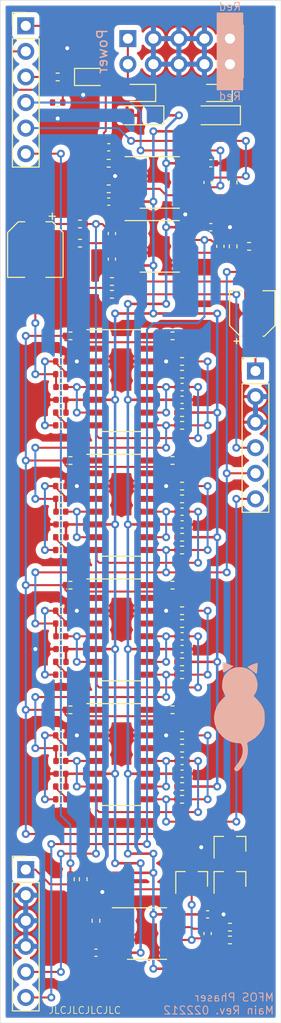
<source format=kicad_pcb>
(kicad_pcb (version 20171130) (host pcbnew "(5.1.10)-1")
  (layers (0 F.Cu signal) (31 B.Cu signal) (34 B.Paste user) (35 F.Paste user) (36 B.SilkS user) (37 F.SilkS user) (38 B.Mask user) (39 F.Mask user) (44 Edge.Cuts user))
  (net 0 "")
  (net 1 GND)
  (net 2 +12V)
  (net 3 -12V)
  (net 4 "Net-(C18-Pad2)")
  (net 5 "Net-(C19-Pad2)")
  (net 6 "Net-(C19-Pad1)")
  (net 7 PSS_In)
  (net 8 "Net-(C20-Pad1)")
  (net 9 "Net-(C21-Pad1)")
  (net 10 "Net-(C22-Pad2)")
  (net 11 "Net-(C22-Pad1)")
  (net 12 "Net-(C23-Pad2)")
  (net 13 "Net-(C23-Pad1)")
  (net 14 "Net-(C24-Pad2)")
  (net 15 "Net-(C24-Pad1)")
  (net 16 OUT4)
  (net 17 "Net-(C25-Pad1)")
  (net 18 "Net-(C26-Pad2)")
  (net 19 "Net-(C26-Pad1)")
  (net 20 "Net-(C27-Pad2)")
  (net 21 "Net-(C27-Pad1)")
  (net 22 "Net-(C28-Pad2)")
  (net 23 "Net-(C28-Pad1)")
  (net 24 "Net-(C30-Pad2)")
  (net 25 "Net-(C31-Pad2)")
  (net 26 "Net-(D1-Pad1)")
  (net 27 "Net-(Q1-Pad2)")
  (net 28 "Net-(Q1-Pad1)")
  (net 29 Iabc)
  (net 30 "Net-(Q2-Pad1)")
  (net 31 "Net-(R20-Pad2)")
  (net 32 "Net-(R23-Pad1)")
  (net 33 "Net-(R24-Pad1)")
  (net 34 "Net-(R25-Pad1)")
  (net 35 "Net-(R26-Pad1)")
  (net 36 "Net-(R27-Pad1)")
  (net 37 "Net-(R28-Pad1)")
  (net 38 "Net-(R29-Pad1)")
  (net 39 "Net-(R30-Pad1)")
  (net 40 "Net-(R43-Pad1)")
  (net 41 "Net-(R44-Pad1)")
  (net 42 "Net-(R45-Pad1)")
  (net 43 "Net-(R46-Pad1)")
  (net 44 "Net-(R47-Pad1)")
  (net 45 "Net-(R48-Pad1)")
  (net 46 "Net-(R49-Pad1)")
  (net 47 "Net-(R50-Pad1)")
  (net 48 OUT8)
  (net 49 "Net-(R64-Pad2)")
  (net 50 Mode_Out)
  (net 51 Depth_CW)
  (net 52 In)
  (net 53 Rate_CW)
  (net 54 Out1)
  (net 55 Out2)
  (net 56 Depth_W)
  (net 57 Mode_In)
  (net 58 Rate_W)
  (net 59 CV)
  (net 60 FB)
  (net 61 +12V_In)
  (net 62 -12V_In)
  (module Diode_SMD:D_SOD-323 (layer F.Cu) (at 8.89 7.62)
    (fp_text reference D1 hide)
    (fp_text value 1N4148WS hide)
    (pad 2 smd rect (at 1.05 0) (size 0.6 0.45) (layers F.Cu F.Paste F.Mask) (net 53 Rate_CW))
    (pad 1 smd rect (at -1.05 0) (size 0.6 0.45) (layers F.Cu F.Paste F.Mask) (net 26 "Net-(D1-Pad1)"))
  )
  (module "CATs_Eurosynth_Specials:CATs Tiny" (layer B.Cu) (at 23.8125 71.12 180)
    (fp_text reference G*** hide)
    (fp_text value LOGO hide)
  )
  (module Capacitor_SMD:C_0402_1005Metric (layer F.Cu) (at 10.795 14.605)
    (fp_text reference C29 hide)
    (fp_text value 1µF/25V hide)
    (pad 2 smd roundrect (at 0.48 0) (size 0.56 0.62) (layers F.Cu F.Paste F.Mask) (net 1 GND))
    (pad 1 smd roundrect (at -0.48 0) (size 0.56 0.62) (layers F.Cu F.Paste F.Mask) (net 53 Rate_CW))
  )
  (module Capacitor_Tantalum_SMD:CP_EIA-3216-18_Kemet-A (layer F.Cu) (at 21.59 11.43 180)
    (fp_text reference C16 hide)
    (fp_text value 10µF/16V hide)
    (pad 2 smd roundrect (at 1.35 0 180) (size 1.4 1.35) (layers F.Cu F.Paste F.Mask) (roundrect_rratio 0.1851844444444445) (net 3 -12V))
    (pad 1 smd roundrect (at -1.35 0 180) (size 1.4 1.35) (layers F.Cu F.Paste F.Mask) (roundrect_rratio 0.1851844444444445) (net 1 GND))
  )
  (module Capacitor_Tantalum_SMD:CP_EIA-3216-18_Kemet-A (layer F.Cu) (at 13.97 11.43 180)
    (fp_text reference C7 hide)
    (fp_text value 10µF/16V hide)
    (pad 2 smd roundrect (at 1.35 0 180) (size 1.4 1.35) (layers F.Cu F.Paste F.Mask) (roundrect_rratio 0.1851844444444445) (net 1 GND))
    (pad 1 smd roundrect (at -1.35 0 180) (size 1.4 1.35) (layers F.Cu F.Paste F.Mask) (roundrect_rratio 0.1851844444444445) (net 2 +12V))
  )
  (module Capacitor_SMD:C_0402_1005Metric (layer F.Cu) (at 18.0975 75.565)
    (fp_text reference C28 hide)
    (fp_text value 4.7nF hide)
    (pad 2 smd roundrect (at 0.48 0) (size 0.56 0.62) (layers F.Cu F.Paste F.Mask) (net 22 "Net-(C28-Pad2)"))
    (pad 1 smd roundrect (at -0.48 0) (size 0.56 0.62) (layers F.Cu F.Paste F.Mask) (net 23 "Net-(C28-Pad1)"))
  )
  (module Capacitor_SMD:C_0402_1005Metric (layer F.Cu) (at 6.0325 75.565 180)
    (fp_text reference C27 hide)
    (fp_text value 4.7nF hide)
    (pad 2 smd roundrect (at 0.48 0 180) (size 0.56 0.62) (layers F.Cu F.Paste F.Mask) (net 20 "Net-(C27-Pad2)"))
    (pad 1 smd roundrect (at -0.48 0 180) (size 0.56 0.62) (layers F.Cu F.Paste F.Mask) (net 21 "Net-(C27-Pad1)"))
  )
  (module Capacitor_SMD:C_0402_1005Metric (layer F.Cu) (at 18.0975 63.1825)
    (fp_text reference C26 hide)
    (fp_text value 4.7nF hide)
    (pad 2 smd roundrect (at 0.48 0) (size 0.56 0.62) (layers F.Cu F.Paste F.Mask) (net 18 "Net-(C26-Pad2)"))
    (pad 1 smd roundrect (at -0.48 0) (size 0.56 0.62) (layers F.Cu F.Paste F.Mask) (net 19 "Net-(C26-Pad1)"))
  )
  (module Capacitor_SMD:C_0402_1005Metric (layer F.Cu) (at 6.0325 63.1825 180)
    (fp_text reference C25 hide)
    (fp_text value 4.7nF hide)
    (pad 2 smd roundrect (at 0.48 0 180) (size 0.56 0.62) (layers F.Cu F.Paste F.Mask) (net 16 OUT4))
    (pad 1 smd roundrect (at -0.48 0 180) (size 0.56 0.62) (layers F.Cu F.Paste F.Mask) (net 17 "Net-(C25-Pad1)"))
  )
  (module Capacitor_SMD:C_0402_1005Metric (layer F.Cu) (at 18.0975 50.8)
    (fp_text reference C24 hide)
    (fp_text value 4.7nF hide)
    (pad 2 smd roundrect (at 0.48 0) (size 0.56 0.62) (layers F.Cu F.Paste F.Mask) (net 14 "Net-(C24-Pad2)"))
    (pad 1 smd roundrect (at -0.48 0) (size 0.56 0.62) (layers F.Cu F.Paste F.Mask) (net 15 "Net-(C24-Pad1)"))
  )
  (module Capacitor_SMD:C_0402_1005Metric (layer F.Cu) (at 6.0325 50.8 180)
    (fp_text reference C23 hide)
    (fp_text value 4.7nF hide)
    (pad 2 smd roundrect (at 0.48 0 180) (size 0.56 0.62) (layers F.Cu F.Paste F.Mask) (net 12 "Net-(C23-Pad2)"))
    (pad 1 smd roundrect (at -0.48 0 180) (size 0.56 0.62) (layers F.Cu F.Paste F.Mask) (net 13 "Net-(C23-Pad1)"))
  )
  (module Capacitor_SMD:C_0402_1005Metric (layer F.Cu) (at 18.0975 38.4175)
    (fp_text reference C22 hide)
    (fp_text value 4.7nF hide)
    (pad 2 smd roundrect (at 0.48 0) (size 0.56 0.62) (layers F.Cu F.Paste F.Mask) (net 10 "Net-(C22-Pad2)"))
    (pad 1 smd roundrect (at -0.48 0) (size 0.56 0.62) (layers F.Cu F.Paste F.Mask) (net 11 "Net-(C22-Pad1)"))
  )
  (module Capacitor_SMD:C_0402_1005Metric (layer F.Cu) (at 6.0325 38.4175 180)
    (fp_text reference C21 hide)
    (fp_text value 4.7nF hide)
    (pad 2 smd roundrect (at 0.48 0 180) (size 0.56 0.62) (layers F.Cu F.Paste F.Mask) (net 7 PSS_In))
    (pad 1 smd roundrect (at -0.48 0 180) (size 0.56 0.62) (layers F.Cu F.Paste F.Mask) (net 9 "Net-(C21-Pad1)"))
  )
  (module Resistor_SMD:R_0402_1005Metric (layer F.Cu) (at 7.9375 22.225 180)
    (fp_text reference R65 hide)
    (fp_text value 33k hide)
    (pad 2 smd roundrect (at 0.51 0 180) (size 0.54 0.64) (layers F.Cu F.Paste F.Mask) (net 8 "Net-(C20-Pad1)"))
    (pad 1 smd roundrect (at -0.51 0 180) (size 0.54 0.64) (layers F.Cu F.Paste F.Mask) (net 54 Out1))
  )
  (module Resistor_SMD:R_0402_1005Metric (layer F.Cu) (at 10.795 16.1925)
    (fp_text reference R64 hide)
    (fp_text value 20k hide)
    (pad 2 smd roundrect (at 0.51 0) (size 0.54 0.64) (layers F.Cu F.Paste F.Mask) (net 49 "Net-(R64-Pad2)"))
    (pad 1 smd roundrect (at -0.51 0) (size 0.54 0.64) (layers F.Cu F.Paste F.Mask) (net 53 Rate_CW))
  )
  (module Resistor_SMD:R_0402_1005Metric (layer F.Cu) (at 18.0975 79.375)
    (fp_text reference R62 hide)
    (fp_text value 30k hide)
    (pad 2 smd roundrect (at 0.51 0) (size 0.54 0.64) (layers F.Cu F.Paste F.Mask) (net 46 "Net-(R49-Pad1)"))
    (pad 1 smd roundrect (at -0.51 0) (size 0.54 0.64) (layers F.Cu F.Paste F.Mask) (net 48 OUT8))
  )
  (module Resistor_SMD:R_0402_1005Metric (layer F.Cu) (at 18.0975 78.105 180)
    (fp_text reference R61 hide)
    (fp_text value 10k hide)
    (pad 2 smd roundrect (at 0.51 0 180) (size 0.54 0.64) (layers F.Cu F.Paste F.Mask) (net 48 OUT8))
    (pad 1 smd roundrect (at -0.51 0 180) (size 0.54 0.64) (layers F.Cu F.Paste F.Mask) (net 3 -12V))
  )
  (module Resistor_SMD:R_0402_1005Metric (layer F.Cu) (at 6.0325 78.105 180)
    (fp_text reference R60 hide)
    (fp_text value 10k hide)
    (pad 2 smd roundrect (at 0.51 0 180) (size 0.54 0.64) (layers F.Cu F.Paste F.Mask) (net 22 "Net-(C28-Pad2)"))
    (pad 1 smd roundrect (at -0.51 0 180) (size 0.54 0.64) (layers F.Cu F.Paste F.Mask) (net 3 -12V))
  )
  (module Resistor_SMD:R_0402_1005Metric (layer F.Cu) (at 6.0325 79.375 180)
    (fp_text reference R59 hide)
    (fp_text value 30k hide)
    (pad 2 smd roundrect (at 0.51 0 180) (size 0.54 0.64) (layers F.Cu F.Paste F.Mask) (net 44 "Net-(R47-Pad1)"))
    (pad 1 smd roundrect (at -0.51 0 180) (size 0.54 0.64) (layers F.Cu F.Paste F.Mask) (net 22 "Net-(C28-Pad2)"))
  )
  (module Resistor_SMD:R_0402_1005Metric (layer F.Cu) (at 18.0975 65.7225 180)
    (fp_text reference R58 hide)
    (fp_text value 10k hide)
    (pad 2 smd roundrect (at 0.51 0 180) (size 0.54 0.64) (layers F.Cu F.Paste F.Mask) (net 20 "Net-(C27-Pad2)"))
    (pad 1 smd roundrect (at -0.51 0 180) (size 0.54 0.64) (layers F.Cu F.Paste F.Mask) (net 3 -12V))
  )
  (module Resistor_SMD:R_0402_1005Metric (layer F.Cu) (at 18.0975 66.9925)
    (fp_text reference R57 hide)
    (fp_text value 30k hide)
    (pad 2 smd roundrect (at 0.51 0) (size 0.54 0.64) (layers F.Cu F.Paste F.Mask) (net 42 "Net-(R45-Pad1)"))
    (pad 1 smd roundrect (at -0.51 0) (size 0.54 0.64) (layers F.Cu F.Paste F.Mask) (net 20 "Net-(C27-Pad2)"))
  )
  (module Resistor_SMD:R_0402_1005Metric (layer F.Cu) (at 6.0325 66.9925 180)
    (fp_text reference R56 hide)
    (fp_text value 30k hide)
    (pad 2 smd roundrect (at 0.51 0 180) (size 0.54 0.64) (layers F.Cu F.Paste F.Mask) (net 40 "Net-(R43-Pad1)"))
    (pad 1 smd roundrect (at -0.51 0 180) (size 0.54 0.64) (layers F.Cu F.Paste F.Mask) (net 18 "Net-(C26-Pad2)"))
  )
  (module Resistor_SMD:R_0402_1005Metric (layer F.Cu) (at 6.0325 65.7225 180)
    (fp_text reference R55 hide)
    (fp_text value 10k hide)
    (pad 2 smd roundrect (at 0.51 0 180) (size 0.54 0.64) (layers F.Cu F.Paste F.Mask) (net 18 "Net-(C26-Pad2)"))
    (pad 1 smd roundrect (at -0.51 0 180) (size 0.54 0.64) (layers F.Cu F.Paste F.Mask) (net 3 -12V))
  )
  (module Resistor_SMD:R_0402_1005Metric (layer F.Cu) (at 18.0975 73.025)
    (fp_text reference R54 hide)
    (fp_text value 1k hide)
    (pad 2 smd roundrect (at 0.51 0) (size 0.54 0.64) (layers F.Cu F.Paste F.Mask) (net 46 "Net-(R49-Pad1)"))
    (pad 1 smd roundrect (at -0.51 0) (size 0.54 0.64) (layers F.Cu F.Paste F.Mask) (net 1 GND))
  )
  (module Resistor_SMD:R_0402_1005Metric (layer F.Cu) (at 6.0325 73.025 180)
    (fp_text reference R53 hide)
    (fp_text value 1k hide)
    (pad 2 smd roundrect (at 0.51 0 180) (size 0.54 0.64) (layers F.Cu F.Paste F.Mask) (net 44 "Net-(R47-Pad1)"))
    (pad 1 smd roundrect (at -0.51 0 180) (size 0.54 0.64) (layers F.Cu F.Paste F.Mask) (net 1 GND))
  )
  (module Resistor_SMD:R_0402_1005Metric (layer F.Cu) (at 18.0975 60.6425)
    (fp_text reference R52 hide)
    (fp_text value 1k hide)
    (pad 2 smd roundrect (at 0.51 0) (size 0.54 0.64) (layers F.Cu F.Paste F.Mask) (net 42 "Net-(R45-Pad1)"))
    (pad 1 smd roundrect (at -0.51 0) (size 0.54 0.64) (layers F.Cu F.Paste F.Mask) (net 1 GND))
  )
  (module Resistor_SMD:R_0402_1005Metric (layer F.Cu) (at 6.0325 60.6425 180)
    (fp_text reference R51 hide)
    (fp_text value 1k hide)
    (pad 2 smd roundrect (at 0.51 0 180) (size 0.54 0.64) (layers F.Cu F.Paste F.Mask) (net 40 "Net-(R43-Pad1)"))
    (pad 1 smd roundrect (at -0.51 0 180) (size 0.54 0.64) (layers F.Cu F.Paste F.Mask) (net 1 GND))
  )
  (module Resistor_SMD:R_0402_1005Metric (layer F.Cu) (at 17.145 70.485)
    (fp_text reference R50 hide)
    (fp_text value 20k hide)
    (pad 2 smd roundrect (at 0.51 0) (size 0.54 0.64) (layers F.Cu F.Paste F.Mask) (net 29 Iabc))
    (pad 1 smd roundrect (at -0.51 0) (size 0.54 0.64) (layers F.Cu F.Paste F.Mask) (net 47 "Net-(R50-Pad1)"))
  )
  (module Resistor_SMD:R_0402_1005Metric (layer F.Cu) (at 18.0975 74.295)
    (fp_text reference R49 hide)
    (fp_text value 30k hide)
    (pad 2 smd roundrect (at 0.51 0) (size 0.54 0.64) (layers F.Cu F.Paste F.Mask) (net 22 "Net-(C28-Pad2)"))
    (pad 1 smd roundrect (at -0.51 0) (size 0.54 0.64) (layers F.Cu F.Paste F.Mask) (net 46 "Net-(R49-Pad1)"))
  )
  (module Resistor_SMD:R_0402_1005Metric (layer F.Cu) (at 6.985 70.485 180)
    (fp_text reference R48 hide)
    (fp_text value 20k hide)
    (pad 2 smd roundrect (at 0.51 0 180) (size 0.54 0.64) (layers F.Cu F.Paste F.Mask) (net 29 Iabc))
    (pad 1 smd roundrect (at -0.51 0 180) (size 0.54 0.64) (layers F.Cu F.Paste F.Mask) (net 45 "Net-(R48-Pad1)"))
  )
  (module Resistor_SMD:R_0402_1005Metric (layer F.Cu) (at 6.0325 74.295 180)
    (fp_text reference R47 hide)
    (fp_text value 30k hide)
    (pad 2 smd roundrect (at 0.51 0 180) (size 0.54 0.64) (layers F.Cu F.Paste F.Mask) (net 20 "Net-(C27-Pad2)"))
    (pad 1 smd roundrect (at -0.51 0 180) (size 0.54 0.64) (layers F.Cu F.Paste F.Mask) (net 44 "Net-(R47-Pad1)"))
  )
  (module Resistor_SMD:R_0402_1005Metric (layer F.Cu) (at 17.145 58.1025)
    (fp_text reference R46 hide)
    (fp_text value 20k hide)
    (pad 2 smd roundrect (at 0.51 0) (size 0.54 0.64) (layers F.Cu F.Paste F.Mask) (net 29 Iabc))
    (pad 1 smd roundrect (at -0.51 0) (size 0.54 0.64) (layers F.Cu F.Paste F.Mask) (net 43 "Net-(R46-Pad1)"))
  )
  (module Resistor_SMD:R_0402_1005Metric (layer F.Cu) (at 18.0975 61.9125)
    (fp_text reference R45 hide)
    (fp_text value 30k hide)
    (pad 2 smd roundrect (at 0.51 0) (size 0.54 0.64) (layers F.Cu F.Paste F.Mask) (net 18 "Net-(C26-Pad2)"))
    (pad 1 smd roundrect (at -0.51 0) (size 0.54 0.64) (layers F.Cu F.Paste F.Mask) (net 42 "Net-(R45-Pad1)"))
  )
  (module Resistor_SMD:R_0402_1005Metric (layer F.Cu) (at 6.985 58.1025 180)
    (fp_text reference R44 hide)
    (fp_text value 20k hide)
    (pad 2 smd roundrect (at 0.51 0 180) (size 0.54 0.64) (layers F.Cu F.Paste F.Mask) (net 29 Iabc))
    (pad 1 smd roundrect (at -0.51 0 180) (size 0.54 0.64) (layers F.Cu F.Paste F.Mask) (net 41 "Net-(R44-Pad1)"))
  )
  (module Resistor_SMD:R_0402_1005Metric (layer F.Cu) (at 6.0325 61.9125 180)
    (fp_text reference R43 hide)
    (fp_text value 30k hide)
    (pad 2 smd roundrect (at 0.51 0 180) (size 0.54 0.64) (layers F.Cu F.Paste F.Mask) (net 16 OUT4))
    (pad 1 smd roundrect (at -0.51 0 180) (size 0.54 0.64) (layers F.Cu F.Paste F.Mask) (net 40 "Net-(R43-Pad1)"))
  )
  (module Resistor_SMD:R_0402_1005Metric (layer F.Cu) (at 18.0975 54.61)
    (fp_text reference R42 hide)
    (fp_text value 30k hide)
    (pad 2 smd roundrect (at 0.51 0) (size 0.54 0.64) (layers F.Cu F.Paste F.Mask) (net 38 "Net-(R29-Pad1)"))
    (pad 1 smd roundrect (at -0.51 0) (size 0.54 0.64) (layers F.Cu F.Paste F.Mask) (net 16 OUT4))
  )
  (module Resistor_SMD:R_0402_1005Metric (layer F.Cu) (at 18.0975 53.34 180)
    (fp_text reference R41 hide)
    (fp_text value 10k hide)
    (pad 2 smd roundrect (at 0.51 0 180) (size 0.54 0.64) (layers F.Cu F.Paste F.Mask) (net 16 OUT4))
    (pad 1 smd roundrect (at -0.51 0 180) (size 0.54 0.64) (layers F.Cu F.Paste F.Mask) (net 3 -12V))
  )
  (module Resistor_SMD:R_0402_1005Metric (layer F.Cu) (at 18.0975 48.26)
    (fp_text reference R40 hide)
    (fp_text value 1k hide)
    (pad 2 smd roundrect (at 0.51 0) (size 0.54 0.64) (layers F.Cu F.Paste F.Mask) (net 38 "Net-(R29-Pad1)"))
    (pad 1 smd roundrect (at -0.51 0) (size 0.54 0.64) (layers F.Cu F.Paste F.Mask) (net 1 GND))
  )
  (module Resistor_SMD:R_0402_1005Metric (layer F.Cu) (at 6.0325 53.34 180)
    (fp_text reference R39 hide)
    (fp_text value 10k hide)
    (pad 2 smd roundrect (at 0.51 0 180) (size 0.54 0.64) (layers F.Cu F.Paste F.Mask) (net 14 "Net-(C24-Pad2)"))
    (pad 1 smd roundrect (at -0.51 0 180) (size 0.54 0.64) (layers F.Cu F.Paste F.Mask) (net 3 -12V))
  )
  (module Resistor_SMD:R_0402_1005Metric (layer F.Cu) (at 6.0325 54.61 180)
    (fp_text reference R38 hide)
    (fp_text value 30k hide)
    (pad 2 smd roundrect (at 0.51 0 180) (size 0.54 0.64) (layers F.Cu F.Paste F.Mask) (net 36 "Net-(R27-Pad1)"))
    (pad 1 smd roundrect (at -0.51 0 180) (size 0.54 0.64) (layers F.Cu F.Paste F.Mask) (net 14 "Net-(C24-Pad2)"))
  )
  (module Resistor_SMD:R_0402_1005Metric (layer F.Cu) (at 6.0325 48.26 180)
    (fp_text reference R37 hide)
    (fp_text value 1k hide)
    (pad 2 smd roundrect (at 0.51 0 180) (size 0.54 0.64) (layers F.Cu F.Paste F.Mask) (net 36 "Net-(R27-Pad1)"))
    (pad 1 smd roundrect (at -0.51 0 180) (size 0.54 0.64) (layers F.Cu F.Paste F.Mask) (net 1 GND))
  )
  (module Resistor_SMD:R_0402_1005Metric (layer F.Cu) (at 18.0975 40.9575 180)
    (fp_text reference R36 hide)
    (fp_text value 10k hide)
    (pad 2 smd roundrect (at 0.51 0 180) (size 0.54 0.64) (layers F.Cu F.Paste F.Mask) (net 12 "Net-(C23-Pad2)"))
    (pad 1 smd roundrect (at -0.51 0 180) (size 0.54 0.64) (layers F.Cu F.Paste F.Mask) (net 3 -12V))
  )
  (module Resistor_SMD:R_0402_1005Metric (layer F.Cu) (at 18.0975 42.2275)
    (fp_text reference R35 hide)
    (fp_text value 30k hide)
    (pad 2 smd roundrect (at 0.51 0) (size 0.54 0.64) (layers F.Cu F.Paste F.Mask) (net 34 "Net-(R25-Pad1)"))
    (pad 1 smd roundrect (at -0.51 0) (size 0.54 0.64) (layers F.Cu F.Paste F.Mask) (net 12 "Net-(C23-Pad2)"))
  )
  (module Resistor_SMD:R_0402_1005Metric (layer F.Cu) (at 18.0975 35.8775)
    (fp_text reference R34 hide)
    (fp_text value 1k hide)
    (pad 2 smd roundrect (at 0.51 0) (size 0.54 0.64) (layers F.Cu F.Paste F.Mask) (net 34 "Net-(R25-Pad1)"))
    (pad 1 smd roundrect (at -0.51 0) (size 0.54 0.64) (layers F.Cu F.Paste F.Mask) (net 1 GND))
  )
  (module Resistor_SMD:R_0402_1005Metric (layer F.Cu) (at 6.0325 40.9575 180)
    (fp_text reference R33 hide)
    (fp_text value 10k hide)
    (pad 2 smd roundrect (at 0.51 0 180) (size 0.54 0.64) (layers F.Cu F.Paste F.Mask) (net 10 "Net-(C22-Pad2)"))
    (pad 1 smd roundrect (at -0.51 0 180) (size 0.54 0.64) (layers F.Cu F.Paste F.Mask) (net 3 -12V))
  )
  (module Resistor_SMD:R_0402_1005Metric (layer F.Cu) (at 6.0325 42.2275 180)
    (fp_text reference R32 hide)
    (fp_text value 30k hide)
    (pad 2 smd roundrect (at 0.51 0 180) (size 0.54 0.64) (layers F.Cu F.Paste F.Mask) (net 32 "Net-(R23-Pad1)"))
    (pad 1 smd roundrect (at -0.51 0 180) (size 0.54 0.64) (layers F.Cu F.Paste F.Mask) (net 10 "Net-(C22-Pad2)"))
  )
  (module Resistor_SMD:R_0402_1005Metric (layer F.Cu) (at 6.0325 35.8775 180)
    (fp_text reference R31 hide)
    (fp_text value 1k hide)
    (pad 2 smd roundrect (at 0.51 0 180) (size 0.54 0.64) (layers F.Cu F.Paste F.Mask) (net 32 "Net-(R23-Pad1)"))
    (pad 1 smd roundrect (at -0.51 0 180) (size 0.54 0.64) (layers F.Cu F.Paste F.Mask) (net 1 GND))
  )
  (module Resistor_SMD:R_0402_1005Metric (layer F.Cu) (at 17.145 45.72)
    (fp_text reference R30 hide)
    (fp_text value 20k hide)
    (pad 2 smd roundrect (at 0.51 0) (size 0.54 0.64) (layers F.Cu F.Paste F.Mask) (net 29 Iabc))
    (pad 1 smd roundrect (at -0.51 0) (size 0.54 0.64) (layers F.Cu F.Paste F.Mask) (net 39 "Net-(R30-Pad1)"))
  )
  (module Resistor_SMD:R_0402_1005Metric (layer F.Cu) (at 18.0975 49.53)
    (fp_text reference R29 hide)
    (fp_text value 30k hide)
    (pad 2 smd roundrect (at 0.51 0) (size 0.54 0.64) (layers F.Cu F.Paste F.Mask) (net 14 "Net-(C24-Pad2)"))
    (pad 1 smd roundrect (at -0.51 0) (size 0.54 0.64) (layers F.Cu F.Paste F.Mask) (net 38 "Net-(R29-Pad1)"))
  )
  (module Resistor_SMD:R_0402_1005Metric (layer F.Cu) (at 6.985 45.72 180)
    (fp_text reference R28 hide)
    (fp_text value 20k hide)
    (pad 2 smd roundrect (at 0.51 0 180) (size 0.54 0.64) (layers F.Cu F.Paste F.Mask) (net 29 Iabc))
    (pad 1 smd roundrect (at -0.51 0 180) (size 0.54 0.64) (layers F.Cu F.Paste F.Mask) (net 37 "Net-(R28-Pad1)"))
  )
  (module Resistor_SMD:R_0402_1005Metric (layer F.Cu) (at 6.0325 49.53 180)
    (fp_text reference R27 hide)
    (fp_text value 30k hide)
    (pad 2 smd roundrect (at 0.51 0 180) (size 0.54 0.64) (layers F.Cu F.Paste F.Mask) (net 12 "Net-(C23-Pad2)"))
    (pad 1 smd roundrect (at -0.51 0 180) (size 0.54 0.64) (layers F.Cu F.Paste F.Mask) (net 36 "Net-(R27-Pad1)"))
  )
  (module Resistor_SMD:R_0402_1005Metric (layer F.Cu) (at 17.145 33.3375)
    (fp_text reference R26 hide)
    (fp_text value 20k hide)
    (pad 2 smd roundrect (at 0.51 0) (size 0.54 0.64) (layers F.Cu F.Paste F.Mask) (net 29 Iabc))
    (pad 1 smd roundrect (at -0.51 0) (size 0.54 0.64) (layers F.Cu F.Paste F.Mask) (net 35 "Net-(R26-Pad1)"))
  )
  (module Resistor_SMD:R_0402_1005Metric (layer F.Cu) (at 18.0975 37.1475)
    (fp_text reference R25 hide)
    (fp_text value 30k hide)
    (pad 2 smd roundrect (at 0.51 0) (size 0.54 0.64) (layers F.Cu F.Paste F.Mask) (net 10 "Net-(C22-Pad2)"))
    (pad 1 smd roundrect (at -0.51 0) (size 0.54 0.64) (layers F.Cu F.Paste F.Mask) (net 34 "Net-(R25-Pad1)"))
  )
  (module Resistor_SMD:R_0402_1005Metric (layer F.Cu) (at 6.985 33.3375 180)
    (fp_text reference R24 hide)
    (fp_text value 20k hide)
    (pad 2 smd roundrect (at 0.51 0 180) (size 0.54 0.64) (layers F.Cu F.Paste F.Mask) (net 29 Iabc))
    (pad 1 smd roundrect (at -0.51 0 180) (size 0.54 0.64) (layers F.Cu F.Paste F.Mask) (net 33 "Net-(R24-Pad1)"))
  )
  (module Resistor_SMD:R_0402_1005Metric (layer F.Cu) (at 6.0325 37.1475 180)
    (fp_text reference R23 hide)
    (fp_text value 30k hide)
    (pad 2 smd roundrect (at 0.51 0 180) (size 0.54 0.64) (layers F.Cu F.Paste F.Mask) (net 7 PSS_In))
    (pad 1 smd roundrect (at -0.51 0 180) (size 0.54 0.64) (layers F.Cu F.Paste F.Mask) (net 32 "Net-(R23-Pad1)"))
  )
  (module Resistor_SMD:R_0402_1005Metric (layer F.Cu) (at 9.525 91.44 270)
    (fp_text reference R22 hide)
    (fp_text value 2k hide)
    (pad 2 smd roundrect (at 0.51 0 270) (size 0.54 0.64) (layers F.Cu F.Paste F.Mask) (net 59 CV))
    (pad 1 smd roundrect (at -0.51 0 270) (size 0.54 0.64) (layers F.Cu F.Paste F.Mask) (net 28 "Net-(Q1-Pad1)"))
  )
  (module Resistor_SMD:R_0402_1005Metric (layer F.Cu) (at 23.1775 18.0975 270)
    (fp_text reference R20 hide)
    (fp_text value 100k hide)
    (pad 2 smd roundrect (at 0.51 0 270) (size 0.54 0.64) (layers F.Cu F.Paste F.Mask) (net 31 "Net-(R20-Pad2)"))
    (pad 1 smd roundrect (at -0.51 0 270) (size 0.54 0.64) (layers F.Cu F.Paste F.Mask) (net 51 Depth_CW))
  )
  (module Resistor_SMD:R_0402_1005Metric (layer F.Cu) (at 7.9375 24.13)
    (fp_text reference R19 hide)
    (fp_text value 10k hide)
    (pad 2 smd roundrect (at 0.51 0) (size 0.54 0.64) (layers F.Cu F.Paste F.Mask) (net 24 "Net-(C30-Pad2)"))
    (pad 1 smd roundrect (at -0.51 0) (size 0.54 0.64) (layers F.Cu F.Paste F.Mask) (net 8 "Net-(C20-Pad1)"))
  )
  (module Resistor_SMD:R_0402_1005Metric (layer F.Cu) (at 5.715 10.16)
    (fp_text reference R17 hide)
    (fp_text value 100k hide)
    (pad 2 smd roundrect (at 0.51 0) (size 0.54 0.64) (layers F.Cu F.Paste F.Mask) (net 58 Rate_W))
    (pad 1 smd roundrect (at -0.51 0) (size 0.54 0.64) (layers F.Cu F.Paste F.Mask) (net 50 Mode_Out))
  )
  (module Resistor_SMD:R_0402_1005Metric (layer F.Cu) (at 22.86 92.075 180)
    (fp_text reference R14 hide)
    (fp_text value 10k hide)
    (pad 2 smd roundrect (at 0.51 0 180) (size 0.54 0.64) (layers F.Cu F.Paste F.Mask) (net 6 "Net-(C19-Pad1)"))
    (pad 1 smd roundrect (at -0.51 0 180) (size 0.54 0.64) (layers F.Cu F.Paste F.Mask) (net 27 "Net-(Q1-Pad2)"))
  )
  (module Resistor_SMD:R_0402_1005Metric (layer F.Cu) (at 22.86 93.345)
    (fp_text reference R13 hide)
    (fp_text value 1M hide)
    (pad 2 smd roundrect (at 0.51 0) (size 0.54 0.64) (layers F.Cu F.Paste F.Mask) (net 2 +12V))
    (pad 1 smd roundrect (at -0.51 0) (size 0.54 0.64) (layers F.Cu F.Paste F.Mask) (net 5 "Net-(C19-Pad2)"))
  )
  (module Resistor_SMD:R_0402_1005Metric (layer F.Cu) (at 6.985 87.3125 90)
    (fp_text reference R12 hide)
    (fp_text value 100k hide)
    (pad 2 smd roundrect (at 0.51 0 90) (size 0.54 0.64) (layers F.Cu F.Paste F.Mask) (net 56 Depth_W))
    (pad 1 smd roundrect (at -0.51 0 90) (size 0.54 0.64) (layers F.Cu F.Paste F.Mask) (net 59 CV))
  )
  (module Resistor_SMD:R_0402_1005Metric (layer F.Cu) (at 8.255 87.3125 90)
    (fp_text reference R11 hide)
    (fp_text value 430k hide)
    (pad 2 smd roundrect (at 0.51 0 90) (size 0.54 0.64) (layers F.Cu F.Paste F.Mask) (net 2 +12V))
    (pad 1 smd roundrect (at -0.51 0 90) (size 0.54 0.64) (layers F.Cu F.Paste F.Mask) (net 59 CV))
  )
  (module Resistor_SMD:R_0402_1005Metric (layer F.Cu) (at 11.1125 29.21)
    (fp_text reference R9 hide)
    (fp_text value 10k hide)
    (pad 2 smd roundrect (at 0.51 0) (size 0.54 0.64) (layers F.Cu F.Paste F.Mask) (net 60 FB))
    (pad 1 smd roundrect (at -0.51 0) (size 0.54 0.64) (layers F.Cu F.Paste F.Mask) (net 24 "Net-(C30-Pad2)"))
  )
  (module Resistor_SMD:R_0402_1005Metric (layer F.Cu) (at 5.715 7.62)
    (fp_text reference R8 hide)
    (fp_text value 1k hide)
    (pad 2 smd roundrect (at 0.51 0) (size 0.54 0.64) (layers F.Cu F.Paste F.Mask) (net 26 "Net-(D1-Pad1)"))
    (pad 1 smd roundrect (at -0.51 0) (size 0.54 0.64) (layers F.Cu F.Paste F.Mask) (net 57 Mode_In))
  )
  (module Resistor_SMD:R_0402_1005Metric (layer F.Cu) (at 10.795 18.7325)
    (fp_text reference R7 hide)
    (fp_text value 270k hide)
    (pad 2 smd roundrect (at 0.51 0) (size 0.54 0.64) (layers F.Cu F.Paste F.Mask) (net 31 "Net-(R20-Pad2)"))
    (pad 1 smd roundrect (at -0.51 0) (size 0.54 0.64) (layers F.Cu F.Paste F.Mask) (net 53 Rate_CW))
  )
  (module Resistor_SMD:R_0402_1005Metric (layer F.Cu) (at 11.1125 27.94)
    (fp_text reference R5 hide)
    (fp_text value 10k hide)
    (pad 2 smd roundrect (at 0.51 0) (size 0.54 0.64) (layers F.Cu F.Paste F.Mask) (net 4 "Net-(C18-Pad2)"))
    (pad 1 smd roundrect (at -0.51 0) (size 0.54 0.64) (layers F.Cu F.Paste F.Mask) (net 24 "Net-(C30-Pad2)"))
  )
  (module Resistor_SMD:R_0402_1005Metric (layer F.Cu) (at 23.1775 24.4475 270)
    (fp_text reference R3 hide)
    (fp_text value 43k hide)
    (pad 2 smd roundrect (at 0.51 0 270) (size 0.54 0.64) (layers F.Cu F.Paste F.Mask) (net 25 "Net-(C31-Pad2)"))
    (pad 1 smd roundrect (at -0.51 0 270) (size 0.54 0.64) (layers F.Cu F.Paste F.Mask) (net 55 Out2))
  )
  (module Resistor_SMD:R_0402_1005Metric (layer F.Cu) (at 24.765 24.4475)
    (fp_text reference R2 hide)
    (fp_text value 10k hide)
    (pad 2 smd roundrect (at 0.51 0) (size 0.54 0.64) (layers F.Cu F.Paste F.Mask) (net 16 OUT4))
    (pad 1 smd roundrect (at -0.51 0) (size 0.54 0.64) (layers F.Cu F.Paste F.Mask) (net 25 "Net-(C31-Pad2)"))
  )
  (module Connector_PinHeader_2.54mm:PinHeader_1x06_P2.54mm_Vertical (layer F.Cu) (at 25.4 36.83)
    (fp_text reference J3 hide)
    (fp_text value In hide)
    (pad 6 thru_hole oval (at 0 12.7) (size 1.7 1.7) (drill 1) (layers *.Cu *.Mask) (net 48 OUT8))
    (pad 5 thru_hole oval (at 0 10.16) (size 1.7 1.7) (drill 1) (layers *.Cu *.Mask) (net 16 OUT4))
    (pad 4 thru_hole oval (at 0 7.62) (size 1.7 1.7) (drill 1) (layers *.Cu *.Mask) (net 60 FB))
    (pad 3 thru_hole oval (at 0 5.08) (size 1.7 1.7) (drill 1) (layers *.Cu *.Mask) (net 1 GND))
    (pad 2 thru_hole oval (at 0 2.54) (size 1.7 1.7) (drill 1) (layers *.Cu *.Mask) (net 1 GND))
    (pad 1 thru_hole rect (at 0 0) (size 1.7 1.7) (drill 1) (layers *.Cu *.Mask) (net 52 In))
  )
  (module Connector_PinHeader_2.54mm:PinHeader_1x06_P2.54mm_Vertical (layer F.Cu) (at 2.54 86.36)
    (fp_text reference J2 hide)
    (fp_text value CV_OUT hide)
    (pad 6 thru_hole oval (at 0 12.7) (size 1.7 1.7) (drill 1) (layers *.Cu *.Mask) (net 55 Out2))
    (pad 5 thru_hole oval (at 0 10.16) (size 1.7 1.7) (drill 1) (layers *.Cu *.Mask) (net 54 Out1))
    (pad 4 thru_hole oval (at 0 7.62) (size 1.7 1.7) (drill 1) (layers *.Cu *.Mask) (net 1 GND))
    (pad 3 thru_hole oval (at 0 5.08) (size 1.7 1.7) (drill 1) (layers *.Cu *.Mask) (net 1 GND))
    (pad 2 thru_hole oval (at 0 2.54) (size 1.7 1.7) (drill 1) (layers *.Cu *.Mask) (net 1 GND))
    (pad 1 thru_hole rect (at 0 0) (size 1.7 1.7) (drill 1) (layers *.Cu *.Mask) (net 59 CV))
  )
  (module Connector_PinHeader_2.54mm:PinHeader_1x06_P2.54mm_Vertical (layer F.Cu) (at 2.54 2.54)
    (fp_text reference J1 hide)
    (fp_text value LFO hide)
    (pad 6 thru_hole oval (at 0 12.7) (size 1.7 1.7) (drill 1) (layers *.Cu *.Mask) (net 56 Depth_W))
    (pad 5 thru_hole oval (at 0 10.16) (size 1.7 1.7) (drill 1) (layers *.Cu *.Mask) (net 51 Depth_CW))
    (pad 4 thru_hole oval (at 0 7.62) (size 1.7 1.7) (drill 1) (layers *.Cu *.Mask) (net 50 Mode_Out))
    (pad 3 thru_hole oval (at 0 5.08) (size 1.7 1.7) (drill 1) (layers *.Cu *.Mask) (net 57 Mode_In))
    (pad 2 thru_hole oval (at 0 2.54) (size 1.7 1.7) (drill 1) (layers *.Cu *.Mask) (net 58 Rate_W))
    (pad 1 thru_hole rect (at 0 0) (size 1.7 1.7) (drill 1) (layers *.Cu *.Mask) (net 53 Rate_CW))
  )
  (module Package_SO:SOIC-16_3.9x9.9mm_P1.27mm (layer F.Cu) (at 12.065 74.93)
    (fp_text reference U7 hide)
    (fp_text value LM13700 hide)
    (pad 16 smd roundrect (at 2.475 -4.445) (size 1.95 0.6) (layers F.Cu F.Paste F.Mask) (net 47 "Net-(R50-Pad1)"))
    (pad 15 smd roundrect (at 2.475 -3.175) (size 1.95 0.6) (layers F.Cu F.Paste F.Mask))
    (pad 14 smd roundrect (at 2.475 -1.905) (size 1.95 0.6) (layers F.Cu F.Paste F.Mask) (net 1 GND))
    (pad 13 smd roundrect (at 2.475 -0.635) (size 1.95 0.6) (layers F.Cu F.Paste F.Mask) (net 46 "Net-(R49-Pad1)"))
    (pad 12 smd roundrect (at 2.475 0.635) (size 1.95 0.6) (layers F.Cu F.Paste F.Mask) (net 23 "Net-(C28-Pad1)"))
    (pad 11 smd roundrect (at 2.475 1.905) (size 1.95 0.6) (layers F.Cu F.Paste F.Mask) (net 2 +12V))
    (pad 10 smd roundrect (at 2.475 3.175) (size 1.95 0.6) (layers F.Cu F.Paste F.Mask) (net 23 "Net-(C28-Pad1)"))
    (pad 9 smd roundrect (at 2.475 4.445) (size 1.95 0.6) (layers F.Cu F.Paste F.Mask) (net 48 OUT8))
    (pad 8 smd roundrect (at -2.475 4.445) (size 1.95 0.6) (layers F.Cu F.Paste F.Mask) (net 22 "Net-(C28-Pad2)"))
    (pad 7 smd roundrect (at -2.475 3.175) (size 1.95 0.6) (layers F.Cu F.Paste F.Mask) (net 21 "Net-(C27-Pad1)"))
    (pad 6 smd roundrect (at -2.475 1.905) (size 1.95 0.6) (layers F.Cu F.Paste F.Mask) (net 3 -12V))
    (pad 5 smd roundrect (at -2.475 0.635) (size 1.95 0.6) (layers F.Cu F.Paste F.Mask) (net 21 "Net-(C27-Pad1)"))
    (pad 4 smd roundrect (at -2.475 -0.635) (size 1.95 0.6) (layers F.Cu F.Paste F.Mask) (net 44 "Net-(R47-Pad1)"))
    (pad 3 smd roundrect (at -2.475 -1.905) (size 1.95 0.6) (layers F.Cu F.Paste F.Mask) (net 1 GND))
    (pad 2 smd roundrect (at -2.475 -3.175) (size 1.95 0.6) (layers F.Cu F.Paste F.Mask))
    (pad 1 smd roundrect (at -2.475 -4.445) (size 1.95 0.6) (layers F.Cu F.Paste F.Mask) (net 45 "Net-(R48-Pad1)"))
  )
  (module Package_SO:SOIC-16_3.9x9.9mm_P1.27mm (layer F.Cu) (at 12.065 62.5475)
    (fp_text reference U6 hide)
    (fp_text value LM13700 hide)
    (pad 16 smd roundrect (at 2.475 -4.445) (size 1.95 0.6) (layers F.Cu F.Paste F.Mask) (net 43 "Net-(R46-Pad1)"))
    (pad 15 smd roundrect (at 2.475 -3.175) (size 1.95 0.6) (layers F.Cu F.Paste F.Mask))
    (pad 14 smd roundrect (at 2.475 -1.905) (size 1.95 0.6) (layers F.Cu F.Paste F.Mask) (net 1 GND))
    (pad 13 smd roundrect (at 2.475 -0.635) (size 1.95 0.6) (layers F.Cu F.Paste F.Mask) (net 42 "Net-(R45-Pad1)"))
    (pad 12 smd roundrect (at 2.475 0.635) (size 1.95 0.6) (layers F.Cu F.Paste F.Mask) (net 19 "Net-(C26-Pad1)"))
    (pad 11 smd roundrect (at 2.475 1.905) (size 1.95 0.6) (layers F.Cu F.Paste F.Mask) (net 2 +12V))
    (pad 10 smd roundrect (at 2.475 3.175) (size 1.95 0.6) (layers F.Cu F.Paste F.Mask) (net 19 "Net-(C26-Pad1)"))
    (pad 9 smd roundrect (at 2.475 4.445) (size 1.95 0.6) (layers F.Cu F.Paste F.Mask) (net 20 "Net-(C27-Pad2)"))
    (pad 8 smd roundrect (at -2.475 4.445) (size 1.95 0.6) (layers F.Cu F.Paste F.Mask) (net 18 "Net-(C26-Pad2)"))
    (pad 7 smd roundrect (at -2.475 3.175) (size 1.95 0.6) (layers F.Cu F.Paste F.Mask) (net 17 "Net-(C25-Pad1)"))
    (pad 6 smd roundrect (at -2.475 1.905) (size 1.95 0.6) (layers F.Cu F.Paste F.Mask) (net 3 -12V))
    (pad 5 smd roundrect (at -2.475 0.635) (size 1.95 0.6) (layers F.Cu F.Paste F.Mask) (net 17 "Net-(C25-Pad1)"))
    (pad 4 smd roundrect (at -2.475 -0.635) (size 1.95 0.6) (layers F.Cu F.Paste F.Mask) (net 40 "Net-(R43-Pad1)"))
    (pad 3 smd roundrect (at -2.475 -1.905) (size 1.95 0.6) (layers F.Cu F.Paste F.Mask) (net 1 GND))
    (pad 2 smd roundrect (at -2.475 -3.175) (size 1.95 0.6) (layers F.Cu F.Paste F.Mask))
    (pad 1 smd roundrect (at -2.475 -4.445) (size 1.95 0.6) (layers F.Cu F.Paste F.Mask) (net 41 "Net-(R44-Pad1)"))
  )
  (module Package_SO:SOIC-16_3.9x9.9mm_P1.27mm (layer F.Cu) (at 12.065 50.165)
    (fp_text reference U5 hide)
    (fp_text value LM13700 hide)
    (pad 16 smd roundrect (at 2.475 -4.445) (size 1.95 0.6) (layers F.Cu F.Paste F.Mask) (net 39 "Net-(R30-Pad1)"))
    (pad 15 smd roundrect (at 2.475 -3.175) (size 1.95 0.6) (layers F.Cu F.Paste F.Mask))
    (pad 14 smd roundrect (at 2.475 -1.905) (size 1.95 0.6) (layers F.Cu F.Paste F.Mask) (net 1 GND))
    (pad 13 smd roundrect (at 2.475 -0.635) (size 1.95 0.6) (layers F.Cu F.Paste F.Mask) (net 38 "Net-(R29-Pad1)"))
    (pad 12 smd roundrect (at 2.475 0.635) (size 1.95 0.6) (layers F.Cu F.Paste F.Mask) (net 15 "Net-(C24-Pad1)"))
    (pad 11 smd roundrect (at 2.475 1.905) (size 1.95 0.6) (layers F.Cu F.Paste F.Mask) (net 2 +12V))
    (pad 10 smd roundrect (at 2.475 3.175) (size 1.95 0.6) (layers F.Cu F.Paste F.Mask) (net 15 "Net-(C24-Pad1)"))
    (pad 9 smd roundrect (at 2.475 4.445) (size 1.95 0.6) (layers F.Cu F.Paste F.Mask) (net 16 OUT4))
    (pad 8 smd roundrect (at -2.475 4.445) (size 1.95 0.6) (layers F.Cu F.Paste F.Mask) (net 14 "Net-(C24-Pad2)"))
    (pad 7 smd roundrect (at -2.475 3.175) (size 1.95 0.6) (layers F.Cu F.Paste F.Mask) (net 13 "Net-(C23-Pad1)"))
    (pad 6 smd roundrect (at -2.475 1.905) (size 1.95 0.6) (layers F.Cu F.Paste F.Mask) (net 3 -12V))
    (pad 5 smd roundrect (at -2.475 0.635) (size 1.95 0.6) (layers F.Cu F.Paste F.Mask) (net 13 "Net-(C23-Pad1)"))
    (pad 4 smd roundrect (at -2.475 -0.635) (size 1.95 0.6) (layers F.Cu F.Paste F.Mask) (net 36 "Net-(R27-Pad1)"))
    (pad 3 smd roundrect (at -2.475 -1.905) (size 1.95 0.6) (layers F.Cu F.Paste F.Mask) (net 1 GND))
    (pad 2 smd roundrect (at -2.475 -3.175) (size 1.95 0.6) (layers F.Cu F.Paste F.Mask))
    (pad 1 smd roundrect (at -2.475 -4.445) (size 1.95 0.6) (layers F.Cu F.Paste F.Mask) (net 37 "Net-(R28-Pad1)"))
  )
  (module Package_SO:SOIC-16_3.9x9.9mm_P1.27mm (layer F.Cu) (at 12.065 37.7825)
    (fp_text reference U4 hide)
    (fp_text value LM13700 hide)
    (pad 16 smd roundrect (at 2.475 -4.445) (size 1.95 0.6) (layers F.Cu F.Paste F.Mask) (net 35 "Net-(R26-Pad1)"))
    (pad 15 smd roundrect (at 2.475 -3.175) (size 1.95 0.6) (layers F.Cu F.Paste F.Mask))
    (pad 14 smd roundrect (at 2.475 -1.905) (size 1.95 0.6) (layers F.Cu F.Paste F.Mask) (net 1 GND))
    (pad 13 smd roundrect (at 2.475 -0.635) (size 1.95 0.6) (layers F.Cu F.Paste F.Mask) (net 34 "Net-(R25-Pad1)"))
    (pad 12 smd roundrect (at 2.475 0.635) (size 1.95 0.6) (layers F.Cu F.Paste F.Mask) (net 11 "Net-(C22-Pad1)"))
    (pad 11 smd roundrect (at 2.475 1.905) (size 1.95 0.6) (layers F.Cu F.Paste F.Mask) (net 2 +12V))
    (pad 10 smd roundrect (at 2.475 3.175) (size 1.95 0.6) (layers F.Cu F.Paste F.Mask) (net 11 "Net-(C22-Pad1)"))
    (pad 9 smd roundrect (at 2.475 4.445) (size 1.95 0.6) (layers F.Cu F.Paste F.Mask) (net 12 "Net-(C23-Pad2)"))
    (pad 8 smd roundrect (at -2.475 4.445) (size 1.95 0.6) (layers F.Cu F.Paste F.Mask) (net 10 "Net-(C22-Pad2)"))
    (pad 7 smd roundrect (at -2.475 3.175) (size 1.95 0.6) (layers F.Cu F.Paste F.Mask) (net 9 "Net-(C21-Pad1)"))
    (pad 6 smd roundrect (at -2.475 1.905) (size 1.95 0.6) (layers F.Cu F.Paste F.Mask) (net 3 -12V))
    (pad 5 smd roundrect (at -2.475 0.635) (size 1.95 0.6) (layers F.Cu F.Paste F.Mask) (net 9 "Net-(C21-Pad1)"))
    (pad 4 smd roundrect (at -2.475 -0.635) (size 1.95 0.6) (layers F.Cu F.Paste F.Mask) (net 32 "Net-(R23-Pad1)"))
    (pad 3 smd roundrect (at -2.475 -1.905) (size 1.95 0.6) (layers F.Cu F.Paste F.Mask) (net 1 GND))
    (pad 2 smd roundrect (at -2.475 -3.175) (size 1.95 0.6) (layers F.Cu F.Paste F.Mask))
    (pad 1 smd roundrect (at -2.475 -4.445) (size 1.95 0.6) (layers F.Cu F.Paste F.Mask) (net 33 "Net-(R24-Pad1)"))
  )
  (module Package_SO:SOIC-8_3.9x4.9mm_P1.27mm (layer F.Cu) (at 14.605 92.71)
    (fp_text reference U3 hide)
    (fp_text value TL072 hide)
    (pad 8 smd roundrect (at 2.475 -1.905) (size 1.95 0.6) (layers F.Cu F.Paste F.Mask) (net 2 +12V))
    (pad 7 smd roundrect (at 2.475 -0.635) (size 1.95 0.6) (layers F.Cu F.Paste F.Mask) (net 6 "Net-(C19-Pad1)"))
    (pad 6 smd roundrect (at 2.475 0.635) (size 1.95 0.6) (layers F.Cu F.Paste F.Mask) (net 5 "Net-(C19-Pad2)"))
    (pad 5 smd roundrect (at 2.475 1.905) (size 1.95 0.6) (layers F.Cu F.Paste F.Mask) (net 1 GND))
    (pad 4 smd roundrect (at -2.475 1.905) (size 1.95 0.6) (layers F.Cu F.Paste F.Mask) (net 3 -12V))
    (pad 3 smd roundrect (at -2.475 0.635) (size 1.95 0.6) (layers F.Cu F.Paste F.Mask) (net 1 GND))
    (pad 2 smd roundrect (at -2.475 -0.635) (size 1.95 0.6) (layers F.Cu F.Paste F.Mask) (net 59 CV))
    (pad 1 smd roundrect (at -2.475 -1.905) (size 1.95 0.6) (layers F.Cu F.Paste F.Mask) (net 28 "Net-(Q1-Pad1)"))
  )
  (module Package_SO:SOIC-8_3.9x4.9mm_P1.27mm (layer F.Cu) (at 15.875 18.0975)
    (fp_text reference U2 hide)
    (fp_text value TL072 hide)
    (pad 8 smd roundrect (at 2.475 -1.905) (size 1.95 0.6) (layers F.Cu F.Paste F.Mask) (net 2 +12V))
    (pad 7 smd roundrect (at 2.475 -0.635) (size 1.95 0.6) (layers F.Cu F.Paste F.Mask) (net 51 Depth_CW))
    (pad 6 smd roundrect (at 2.475 0.635) (size 1.95 0.6) (layers F.Cu F.Paste F.Mask) (net 50 Mode_Out))
    (pad 5 smd roundrect (at 2.475 1.905) (size 1.95 0.6) (layers F.Cu F.Paste F.Mask) (net 1 GND))
    (pad 4 smd roundrect (at -2.475 1.905) (size 1.95 0.6) (layers F.Cu F.Paste F.Mask) (net 3 -12V))
    (pad 3 smd roundrect (at -2.475 0.635) (size 1.95 0.6) (layers F.Cu F.Paste F.Mask) (net 31 "Net-(R20-Pad2)"))
    (pad 2 smd roundrect (at -2.475 -0.635) (size 1.95 0.6) (layers F.Cu F.Paste F.Mask) (net 1 GND))
    (pad 1 smd roundrect (at -2.475 -1.905) (size 1.95 0.6) (layers F.Cu F.Paste F.Mask) (net 49 "Net-(R64-Pad2)"))
  )
  (module Package_SO:SOIC-8_3.9x4.9mm_P1.27mm (layer F.Cu) (at 15.875 24.4475)
    (fp_text reference U1 hide)
    (fp_text value TL072 hide)
    (pad 8 smd roundrect (at 2.475 -1.905) (size 1.95 0.6) (layers F.Cu F.Paste F.Mask) (net 2 +12V))
    (pad 7 smd roundrect (at 2.475 -0.635) (size 1.95 0.6) (layers F.Cu F.Paste F.Mask) (net 55 Out2))
    (pad 6 smd roundrect (at 2.475 0.635) (size 1.95 0.6) (layers F.Cu F.Paste F.Mask) (net 25 "Net-(C31-Pad2)"))
    (pad 5 smd roundrect (at 2.475 1.905) (size 1.95 0.6) (layers F.Cu F.Paste F.Mask) (net 1 GND))
    (pad 4 smd roundrect (at -2.475 1.905) (size 1.95 0.6) (layers F.Cu F.Paste F.Mask) (net 3 -12V))
    (pad 3 smd roundrect (at -2.475 0.635) (size 1.95 0.6) (layers F.Cu F.Paste F.Mask) (net 1 GND))
    (pad 2 smd roundrect (at -2.475 -0.635) (size 1.95 0.6) (layers F.Cu F.Paste F.Mask) (net 24 "Net-(C30-Pad2)"))
    (pad 1 smd roundrect (at -2.475 -1.905) (size 1.95 0.6) (layers F.Cu F.Paste F.Mask) (net 54 Out1))
  )
  (module Package_TO_SOT_SMD:SOT-23 (layer F.Cu) (at 22.86 87.3125 90)
    (fp_text reference Q3 hide)
    (fp_text value MMBT3904 hide)
    (pad 3 smd rect (at 1 0 90) (size 0.9 0.8) (layers F.Cu F.Paste F.Mask) (net 30 "Net-(Q2-Pad1)"))
    (pad 2 smd rect (at -1 0.95 90) (size 0.9 0.8) (layers F.Cu F.Paste F.Mask) (net 27 "Net-(Q1-Pad2)"))
    (pad 1 smd rect (at -1 -0.95 90) (size 0.9 0.8) (layers F.Cu F.Paste F.Mask) (net 1 GND))
  )
  (module Package_TO_SOT_SMD:SOT-23 (layer F.Cu) (at 22.86 83.82 90)
    (fp_text reference Q2 hide)
    (fp_text value MMBT3906 hide)
    (pad 3 smd rect (at 1 0 90) (size 0.9 0.8) (layers F.Cu F.Paste F.Mask) (net 29 Iabc))
    (pad 2 smd rect (at -1 0.95 90) (size 0.9 0.8) (layers F.Cu F.Paste F.Mask) (net 1 GND))
    (pad 1 smd rect (at -1 -0.95 90) (size 0.9 0.8) (layers F.Cu F.Paste F.Mask) (net 30 "Net-(Q2-Pad1)"))
  )
  (module Package_TO_SOT_SMD:SOT-23 (layer F.Cu) (at 19.05 87.3125 90)
    (fp_text reference Q1 hide)
    (fp_text value MMBT3904 hide)
    (pad 3 smd rect (at 1 0 90) (size 0.9 0.8) (layers F.Cu F.Paste F.Mask) (net 5 "Net-(C19-Pad2)"))
    (pad 2 smd rect (at -1 0.95 90) (size 0.9 0.8) (layers F.Cu F.Paste F.Mask) (net 27 "Net-(Q1-Pad2)"))
    (pad 1 smd rect (at -1 -0.95 90) (size 0.9 0.8) (layers F.Cu F.Paste F.Mask) (net 28 "Net-(Q1-Pad1)"))
  )
  (module CATs_Eurosynth_Specials:Power_2x5_Vertical (layer B.Cu) (at 12.7 3.81 270)
    (fp_text reference J6 hide)
    (fp_text value Power (at 1.27 2.54 90) (layer B.SilkS) (effects (justify mirror)))
    (fp_text user Red (at -3.175 -10.16 180) (layer B.SilkS) (effects (font (size 0.8 0.8) (thickness 0.1)) (justify mirror)))
    (fp_text user Red (at 5.715 -10.16 180) (layer B.SilkS) (effects (font (size 0.8 0.8) (thickness 0.1)) (justify mirror)))
    (pad -12V thru_hole oval (at 2.54 -10.16 270) (size 1.7 1.7) (drill 1) (layers *.Cu *.Mask) (net 62 -12V_In))
    (pad -12V thru_hole oval (at 0 -10.16 270) (size 1.7 1.7) (drill 1) (layers *.Cu *.Mask) (net 62 -12V_In))
    (pad GND thru_hole oval (at 2.54 -7.62 270) (size 1.7 1.7) (drill 1) (layers *.Cu *.Mask) (net 1 GND))
    (pad GND thru_hole oval (at 0 -7.62 270) (size 1.7 1.7) (drill 1) (layers *.Cu *.Mask) (net 1 GND))
    (pad GND thru_hole oval (at 2.54 -5.08 270) (size 1.7 1.7) (drill 1) (layers *.Cu *.Mask) (net 1 GND))
    (pad GND thru_hole oval (at 0 -5.08 270) (size 1.7 1.7) (drill 1) (layers *.Cu *.Mask) (net 1 GND))
    (pad GND thru_hole oval (at 2.54 -2.54 270) (size 1.7 1.7) (drill 1) (layers *.Cu *.Mask) (net 1 GND))
    (pad GND thru_hole oval (at 0 -2.54 270) (size 1.7 1.7) (drill 1) (layers *.Cu *.Mask) (net 1 GND))
    (pad +12V thru_hole oval (at 2.54 0 270) (size 1.7 1.7) (drill 1) (layers *.Cu *.Mask) (net 61 +12V_In))
    (pad +12V thru_hole rect (at 0 0 270) (size 1.7 1.7) (drill 1) (layers *.Cu *.Mask) (net 61 +12V_In))
  )
  (module Diode_SMD:D_SOD-323 (layer F.Cu) (at 21.59 9.2075 180)
    (fp_text reference D3 hide)
    (fp_text value 1N5817 hide)
    (pad 2 smd rect (at 1.05 0 180) (size 0.6 0.45) (layers F.Cu F.Paste F.Mask) (net 3 -12V))
    (pad 1 smd rect (at -1.05 0 180) (size 0.6 0.45) (layers F.Cu F.Paste F.Mask) (net 62 -12V_In))
  )
  (module Diode_SMD:D_SOD-323 (layer F.Cu) (at 13.97 9.2075 180)
    (fp_text reference D2 hide)
    (fp_text value 1N5817 hide)
    (pad 2 smd rect (at 1.05 0 180) (size 0.6 0.45) (layers F.Cu F.Paste F.Mask) (net 61 +12V_In))
    (pad 1 smd rect (at -1.05 0 180) (size 0.6 0.45) (layers F.Cu F.Paste F.Mask) (net 2 +12V))
  )
  (module Capacitor_SMD:C_0402_1005Metric (layer F.Cu) (at 21.9075 24.4475 270)
    (fp_text reference C31 hide)
    (fp_text value 22pF hide)
    (pad 2 smd roundrect (at 0.48 0 270) (size 0.56 0.62) (layers F.Cu F.Paste F.Mask) (net 25 "Net-(C31-Pad2)"))
    (pad 1 smd roundrect (at -0.48 0 270) (size 0.56 0.62) (layers F.Cu F.Paste F.Mask) (net 55 Out2))
  )
  (module Capacitor_SMD:C_0402_1005Metric (layer F.Cu) (at 11.1125 23.1775 270)
    (fp_text reference C30 hide)
    (fp_text value 22pF hide)
    (pad 2 smd roundrect (at 0.48 0 270) (size 0.56 0.62) (layers F.Cu F.Paste F.Mask) (net 24 "Net-(C30-Pad2)"))
    (pad 1 smd roundrect (at -0.48 0 270) (size 0.56 0.62) (layers F.Cu F.Paste F.Mask) (net 54 Out1))
  )
  (module Capacitor_SMD:CP_Elec_5x5.4 (layer F.Cu) (at 3.4925 24.765 270)
    (fp_text reference C20 hide)
    (fp_text value 10µF/25V hide)
    (pad 2 smd roundrect (at 2.2 0 270) (size 3 1.6) (layers F.Cu F.Paste F.Mask) (roundrect_rratio 0.15625) (net 7 PSS_In))
    (pad 1 smd roundrect (at -2.2 0 270) (size 3 1.6) (layers F.Cu F.Paste F.Mask) (roundrect_rratio 0.15625) (net 8 "Net-(C20-Pad1)"))
  )
  (module Capacitor_SMD:C_0402_1005Metric (layer F.Cu) (at 20.6375 92.71 270)
    (fp_text reference C19 hide)
    (fp_text value 100p hide)
    (pad 2 smd roundrect (at 0.48 0 270) (size 0.56 0.62) (layers F.Cu F.Paste F.Mask) (net 5 "Net-(C19-Pad2)"))
    (pad 1 smd roundrect (at -0.48 0 270) (size 0.56 0.62) (layers F.Cu F.Paste F.Mask) (net 6 "Net-(C19-Pad1)"))
  )
  (module Capacitor_SMD:CP_Elec_4x5.4 (layer F.Cu) (at 25.0825 31.115 90)
    (fp_text reference C18 hide)
    (fp_text value 1µF/25V hide)
    (pad 2 smd roundrect (at 1.8 0 90) (size 2.6 1.6) (layers F.Cu F.Paste F.Mask) (roundrect_rratio 0.15625) (net 4 "Net-(C18-Pad2)"))
    (pad 1 smd roundrect (at -1.8 0 90) (size 2.6 1.6) (layers F.Cu F.Paste F.Mask) (roundrect_rratio 0.15625) (net 52 In))
  )
  (module Capacitor_SMD:C_0402_1005Metric (layer F.Cu) (at 20.6375 18.0975 270)
    (fp_text reference C17 hide)
    (fp_text value 220n hide)
    (pad 2 smd roundrect (at 0.48 0 270) (size 0.56 0.62) (layers F.Cu F.Paste F.Mask) (net 50 Mode_Out))
    (pad 1 smd roundrect (at -0.48 0 270) (size 0.56 0.62) (layers F.Cu F.Paste F.Mask) (net 51 Depth_CW))
  )
  (module Capacitor_SMD:C_0402_1005Metric (layer F.Cu) (at 6.0325 52.07)
    (fp_text reference C15 hide)
    (fp_text value 100n hide)
    (pad 2 smd roundrect (at 0.48 0) (size 0.56 0.62) (layers F.Cu F.Paste F.Mask) (net 3 -12V))
    (pad 1 smd roundrect (at -0.48 0) (size 0.56 0.62) (layers F.Cu F.Paste F.Mask) (net 1 GND))
  )
  (module Capacitor_SMD:C_0402_1005Metric (layer F.Cu) (at 6.0325 76.835)
    (fp_text reference C14 hide)
    (fp_text value 100n hide)
    (pad 2 smd roundrect (at 0.48 0) (size 0.56 0.62) (layers F.Cu F.Paste F.Mask) (net 3 -12V))
    (pad 1 smd roundrect (at -0.48 0) (size 0.56 0.62) (layers F.Cu F.Paste F.Mask) (net 1 GND))
  )
  (module Capacitor_SMD:C_0402_1005Metric (layer F.Cu) (at 6.0325 39.6875)
    (fp_text reference C13 hide)
    (fp_text value 100n hide)
    (pad 2 smd roundrect (at 0.48 0) (size 0.56 0.62) (layers F.Cu F.Paste F.Mask) (net 3 -12V))
    (pad 1 smd roundrect (at -0.48 0) (size 0.56 0.62) (layers F.Cu F.Paste F.Mask) (net 1 GND))
  )
  (module Capacitor_SMD:C_0402_1005Metric (layer F.Cu) (at 18.0975 76.835)
    (fp_text reference C12 hide)
    (fp_text value 100n hide)
    (pad 2 smd roundrect (at 0.48 0) (size 0.56 0.62) (layers F.Cu F.Paste F.Mask) (net 1 GND))
    (pad 1 smd roundrect (at -0.48 0) (size 0.56 0.62) (layers F.Cu F.Paste F.Mask) (net 2 +12V))
  )
  (module Capacitor_SMD:C_0402_1005Metric (layer F.Cu) (at 9.525 94.615)
    (fp_text reference C11 hide)
    (fp_text value 100n hide)
    (pad 2 smd roundrect (at 0.48 0) (size 0.56 0.62) (layers F.Cu F.Paste F.Mask) (net 3 -12V))
    (pad 1 smd roundrect (at -0.48 0) (size 0.56 0.62) (layers F.Cu F.Paste F.Mask) (net 1 GND))
  )
  (module Capacitor_SMD:C_0402_1005Metric (layer F.Cu) (at 10.795 20.0025)
    (fp_text reference C10 hide)
    (fp_text value 100n hide)
    (pad 2 smd roundrect (at 0.48 0) (size 0.56 0.62) (layers F.Cu F.Paste F.Mask) (net 3 -12V))
    (pad 1 smd roundrect (at -0.48 0) (size 0.56 0.62) (layers F.Cu F.Paste F.Mask) (net 1 GND))
  )
  (module Capacitor_SMD:C_0402_1005Metric (layer F.Cu) (at 11.1125 25.7175 270)
    (fp_text reference C9 hide)
    (fp_text value 100n hide)
    (pad 2 smd roundrect (at 0.48 0 270) (size 0.56 0.62) (layers F.Cu F.Paste F.Mask) (net 3 -12V))
    (pad 1 smd roundrect (at -0.48 0 270) (size 0.56 0.62) (layers F.Cu F.Paste F.Mask) (net 1 GND))
  )
  (module Capacitor_SMD:C_0402_1005Metric (layer F.Cu) (at 18.0975 52.07)
    (fp_text reference C8 hide)
    (fp_text value 100n hide)
    (pad 2 smd roundrect (at 0.48 0) (size 0.56 0.62) (layers F.Cu F.Paste F.Mask) (net 1 GND))
    (pad 1 smd roundrect (at -0.48 0) (size 0.56 0.62) (layers F.Cu F.Paste F.Mask) (net 2 +12V))
  )
  (module Capacitor_SMD:C_0402_1005Metric (layer F.Cu) (at 18.0975 39.6875)
    (fp_text reference C6 hide)
    (fp_text value 100n hide)
    (pad 2 smd roundrect (at 0.48 0) (size 0.56 0.62) (layers F.Cu F.Paste F.Mask) (net 1 GND))
    (pad 1 smd roundrect (at -0.48 0) (size 0.56 0.62) (layers F.Cu F.Paste F.Mask) (net 2 +12V))
  )
  (module Capacitor_SMD:C_0402_1005Metric (layer F.Cu) (at 6.0325 64.4525)
    (fp_text reference C5 hide)
    (fp_text value 100n hide)
    (pad 2 smd roundrect (at 0.48 0) (size 0.56 0.62) (layers F.Cu F.Paste F.Mask) (net 3 -12V))
    (pad 1 smd roundrect (at -0.48 0) (size 0.56 0.62) (layers F.Cu F.Paste F.Mask) (net 1 GND))
  )
  (module Capacitor_SMD:C_0402_1005Metric (layer F.Cu) (at 20.6375 90.805)
    (fp_text reference C4 hide)
    (fp_text value 100n hide)
    (pad 2 smd roundrect (at 0.48 0) (size 0.56 0.62) (layers F.Cu F.Paste F.Mask) (net 1 GND))
    (pad 1 smd roundrect (at -0.48 0) (size 0.56 0.62) (layers F.Cu F.Paste F.Mask) (net 2 +12V))
  )
  (module Capacitor_SMD:C_0402_1005Metric (layer F.Cu) (at 20.955 16.1925)
    (fp_text reference C3 hide)
    (fp_text value 100n hide)
    (pad 2 smd roundrect (at 0.48 0) (size 0.56 0.62) (layers F.Cu F.Paste F.Mask) (net 1 GND))
    (pad 1 smd roundrect (at -0.48 0) (size 0.56 0.62) (layers F.Cu F.Paste F.Mask) (net 2 +12V))
  )
  (module Capacitor_SMD:C_0402_1005Metric (layer F.Cu) (at 20.955 22.5425)
    (fp_text reference C2 hide)
    (fp_text value 100n hide)
    (pad 2 smd roundrect (at 0.48 0) (size 0.56 0.62) (layers F.Cu F.Paste F.Mask) (net 1 GND))
    (pad 1 smd roundrect (at -0.48 0) (size 0.56 0.62) (layers F.Cu F.Paste F.Mask) (net 2 +12V))
  )
  (module Capacitor_SMD:C_0402_1005Metric (layer F.Cu) (at 18.0975 64.4525)
    (fp_text reference C1 hide)
    (fp_text value 100n hide)
    (pad 2 smd roundrect (at 0.48 0) (size 0.56 0.62) (layers F.Cu F.Paste F.Mask) (net 1 GND))
    (pad 1 smd roundrect (at -0.48 0) (size 0.56 0.62) (layers F.Cu F.Paste F.Mask) (net 2 +12V))
  )
  (gr_text JLCJLCJLCJLC (at 4.7625 100.33) (layer F.SilkS) (effects (font (size 0.7 0.7) (thickness 0.08)) (justify left)))
  (gr_text "MFOS Phaser\nMain Rev. 022212" (at 27.305 99.695) (layer B.SilkS) (effects (font (size 0.8 0.8) (thickness 0.1)) (justify left mirror)))
  (gr_line (start 0 101.6) (end 0 0) (layer Edge.Cuts) (width 0.05))
  (gr_line (start 27.94 101.6) (end 0 101.6) (layer Edge.Cuts) (width 0.05))
  (gr_line (start 27.94 0) (end 27.94 101.6) (layer Edge.Cuts) (width 0.05))
  (gr_line (start 0 0) (end 27.94 0) (layer Edge.Cuts) (width 0.05))
  (via (at 7.62 35.8775) (size 0.8) (drill 0.4) (layers F.Cu B.Cu) (net 1))
  (via (at 16.51 35.8775) (size 0.8) (drill 0.4) (layers F.Cu B.Cu) (net 1))
  (via (at 7.62 48.26) (size 0.8) (drill 0.4) (layers F.Cu B.Cu) (net 1))
  (via (at 16.51 48.26) (size 0.8) (drill 0.4) (layers F.Cu B.Cu) (net 1))
  (via (at 7.62 60.6425) (size 0.8) (drill 0.4) (layers F.Cu B.Cu) (net 1))
  (via (at 16.51 60.6425) (size 0.8) (drill 0.4) (layers F.Cu B.Cu) (net 1))
  (via (at 7.62 73.025) (size 0.8) (drill 0.4) (layers F.Cu B.Cu) (net 1))
  (via (at 16.51 73.025) (size 0.8) (drill 0.4) (layers F.Cu B.Cu) (net 1))
  (via (at 11.43 17.4625) (size 0.8) (drill 0.4) (layers F.Cu B.Cu) (net 1))
  (via (at 22.86 22.5425) (size 0.8) (drill 0.4) (layers F.Cu B.Cu) (net 1))
  (via (at 18.415 21.2725) (size 0.8) (drill 0.4) (layers F.Cu B.Cu) (net 1))
  (segment (start 18.35 21.2075) (end 18.415 21.2725) (width 0.25) (layer F.Cu) (net 1))
  (segment (start 18.35 20.0025) (end 18.35 21.2075) (width 0.25) (layer F.Cu) (net 1))
  (via (at 22.225 90.805) (size 0.8) (drill 0.4) (layers F.Cu B.Cu) (net 1))
  (via (at 20.0025 84.1375) (size 0.8) (drill 0.4) (layers F.Cu B.Cu) (net 1))
  (segment (start 13.4 25.0825) (end 12.065 25.0825) (width 0.25) (layer F.Cu) (net 1))
  (segment (start 11.91 25.2375) (end 12.065 25.0825) (width 0.25) (layer F.Cu) (net 1))
  (segment (start 11.1125 25.2375) (end 11.91 25.2375) (width 0.25) (layer F.Cu) (net 1))
  (via (at 10.16 88.5825) (size 0.8) (drill 0.4) (layers F.Cu B.Cu) (net 1))
  (via (at 6.6675 4.7625) (size 0.8) (drill 0.4) (layers F.Cu B.Cu) (net 1))
  (via (at 8.255 9.398) (size 0.8) (drill 0.4) (layers F.Cu B.Cu) (net 1))
  (via (at 3.4925 64.4525) (size 0.8) (drill 0.4) (layers F.Cu B.Cu) (net 1))
  (via (at 5.715 11.7475) (size 0.8) (drill 0.4) (layers F.Cu B.Cu) (net 1))
  (segment (start 14.54 39.6875) (end 12.7 39.6875) (width 0.25) (layer F.Cu) (net 2))
  (segment (start 12.7 39.6875) (end 12.7 39.6875) (width 0.25) (layer F.Cu) (net 2))
  (via (at 12.7 39.6875) (size 0.8) (drill 0.4) (layers F.Cu B.Cu) (net 2))
  (segment (start 14.54 39.6875) (end 17.6175 39.6875) (width 0.25) (layer F.Cu) (net 2))
  (segment (start 12.7 52.07) (end 12.7 52.07) (width 0.25) (layer B.Cu) (net 2))
  (via (at 12.7 52.07) (size 0.8) (drill 0.4) (layers F.Cu B.Cu) (net 2))
  (segment (start 12.7 52.07) (end 14.54 52.07) (width 0.25) (layer F.Cu) (net 2))
  (segment (start 14.54 52.07) (end 17.6175 52.07) (width 0.25) (layer F.Cu) (net 2))
  (segment (start 12.7 64.4525) (end 12.7 64.4525) (width 0.25) (layer B.Cu) (net 2))
  (via (at 12.7 64.4525) (size 0.8) (drill 0.4) (layers F.Cu B.Cu) (net 2))
  (segment (start 12.7 64.4525) (end 14.54 64.4525) (width 0.25) (layer F.Cu) (net 2))
  (segment (start 14.54 64.4525) (end 17.6175 64.4525) (width 0.25) (layer F.Cu) (net 2))
  (segment (start 12.7 76.835) (end 12.7 76.835) (width 0.25) (layer B.Cu) (net 2))
  (via (at 12.7 76.835) (size 0.8) (drill 0.4) (layers F.Cu B.Cu) (net 2))
  (segment (start 12.7 76.835) (end 14.54 76.835) (width 0.25) (layer F.Cu) (net 2))
  (segment (start 14.54 76.835) (end 17.6175 76.835) (width 0.25) (layer F.Cu) (net 2))
  (segment (start 12.7 64.4525) (end 12.7 76.835) (width 0.25) (layer B.Cu) (net 2))
  (segment (start 12.7 64.4525) (end 12.7 52.07) (width 0.25) (layer B.Cu) (net 2))
  (segment (start 12.7 52.07) (end 12.7 39.6875) (width 0.25) (layer B.Cu) (net 2))
  (segment (start 18.35 22.5425) (end 16.51 22.5425) (width 0.25) (layer F.Cu) (net 2))
  (segment (start 16.51 22.5425) (end 16.51 22.5425) (width 0.25) (layer F.Cu) (net 2))
  (via (at 16.51 22.5425) (size 0.8) (drill 0.4) (layers F.Cu B.Cu) (net 2))
  (segment (start 18.35 16.1925) (end 16.51 16.1925) (width 0.25) (layer F.Cu) (net 2))
  (segment (start 16.51 16.1925) (end 16.51 16.1925) (width 0.25) (layer F.Cu) (net 2))
  (via (at 16.51 16.1925) (size 0.8) (drill 0.4) (layers F.Cu B.Cu) (net 2))
  (segment (start 18.35 16.1925) (end 20.475 16.1925) (width 0.25) (layer F.Cu) (net 2))
  (segment (start 18.35 22.5425) (end 20.475 22.5425) (width 0.25) (layer F.Cu) (net 2))
  (segment (start 12.7 40.64) (end 12.7 30.1625) (width 0.25) (layer B.Cu) (net 2))
  (segment (start 12.7 30.1625) (end 12.7 30.1625) (width 0.25) (layer B.Cu) (net 2))
  (via (at 12.7 30.1625) (size 0.8) (drill 0.4) (layers F.Cu B.Cu) (net 2))
  (segment (start 12.7 30.1625) (end 16.51 30.1625) (width 0.25) (layer F.Cu) (net 2))
  (segment (start 16.51 30.1625) (end 16.51 30.1625) (width 0.25) (layer F.Cu) (net 2))
  (via (at 16.51 30.1625) (size 0.8) (drill 0.4) (layers F.Cu B.Cu) (net 2))
  (segment (start 16.51 30.1625) (end 16.51 22.5425) (width 0.25) (layer B.Cu) (net 2))
  (segment (start 16.51 22.5425) (end 16.51 16.1925) (width 0.25) (layer B.Cu) (net 2))
  (segment (start 16.51 16.1925) (end 16.51 13.335) (width 0.25) (layer B.Cu) (net 2))
  (segment (start 16.51 13.335) (end 16.51 13.335) (width 0.25) (layer B.Cu) (net 2))
  (segment (start 15.02 9.2075) (end 15.02 9.94) (width 0.25) (layer F.Cu) (net 2))
  (segment (start 15.32 10.24) (end 15.32 11.43) (width 0.25) (layer F.Cu) (net 2))
  (segment (start 15.02 9.94) (end 15.32 10.24) (width 0.25) (layer F.Cu) (net 2))
  (segment (start 17.08 90.805) (end 15.24 90.805) (width 0.25) (layer F.Cu) (net 2))
  (segment (start 15.24 90.805) (end 15.24 90.805) (width 0.25) (layer F.Cu) (net 2))
  (via (at 15.24 90.805) (size 0.8) (drill 0.4) (layers F.Cu B.Cu) (net 2))
  (segment (start 12.7 83.5025) (end 12.7 83.5025) (width 0.25) (layer B.Cu) (net 2))
  (segment (start 17.08 90.805) (end 20.1575 90.805) (width 0.25) (layer F.Cu) (net 2))
  (segment (start 15.24 86.6775) (end 15.24 90.805) (width 0.25) (layer B.Cu) (net 2))
  (segment (start 15.24 90.805) (end 15.24 96.2025) (width 0.25) (layer B.Cu) (net 2))
  (segment (start 15.24 96.2025) (end 15.24 96.2025) (width 0.25) (layer B.Cu) (net 2))
  (via (at 15.24 96.2025) (size 0.8) (drill 0.4) (layers F.Cu B.Cu) (net 2))
  (segment (start 23.37 95.6925) (end 23.37 93.345) (width 0.25) (layer F.Cu) (net 2))
  (segment (start 22.86 96.2025) (end 23.37 95.6925) (width 0.25) (layer F.Cu) (net 2))
  (segment (start 15.24 96.2025) (end 22.86 96.2025) (width 0.25) (layer F.Cu) (net 2))
  (via (at 15.24 86.6775) (size 0.8) (drill 0.4) (layers F.Cu B.Cu) (net 2))
  (segment (start 8.38 86.6775) (end 8.255 86.8025) (width 0.25) (layer F.Cu) (net 2))
  (segment (start 15.24 86.6775) (end 8.38 86.6775) (width 0.25) (layer F.Cu) (net 2))
  (segment (start 12.7 76.835) (end 12.7 84.7725) (width 0.25) (layer B.Cu) (net 2))
  (via (at 12.7 84.7725) (size 0.8) (drill 0.4) (layers F.Cu B.Cu) (net 2))
  (segment (start 12.7 84.7725) (end 15.24 84.7725) (width 0.25) (layer F.Cu) (net 2))
  (segment (start 15.24 84.7725) (end 15.24 86.6775) (width 0.25) (layer B.Cu) (net 2))
  (via (at 15.24 84.7725) (size 0.8) (drill 0.4) (layers F.Cu B.Cu) (net 2))
  (segment (start 16.51 13.335) (end 16.51 12.7) (width 0.25) (layer B.Cu) (net 2))
  (segment (start 16.51 12.7) (end 17.78 11.43) (width 0.25) (layer B.Cu) (net 2))
  (segment (start 17.78 11.43) (end 17.78 11.43) (width 0.25) (layer B.Cu) (net 2))
  (via (at 17.78 11.43) (size 0.8) (drill 0.4) (layers F.Cu B.Cu) (net 2))
  (segment (start 17.78 11.43) (end 15.32 11.43) (width 0.25) (layer F.Cu) (net 2))
  (segment (start 9.59 39.6875) (end 11.43 39.6875) (width 0.25) (layer F.Cu) (net 3))
  (via (at 11.43 39.6875) (size 0.8) (drill 0.4) (layers F.Cu B.Cu) (net 3))
  (segment (start 11.43 39.6875) (end 11.43 31.115) (width 0.25) (layer B.Cu) (net 3))
  (segment (start 9.59 39.6875) (end 6.5125 39.6875) (width 0.25) (layer F.Cu) (net 3))
  (segment (start 6.5425 39.7175) (end 6.5125 39.6875) (width 0.25) (layer F.Cu) (net 3))
  (segment (start 6.5425 40.9575) (end 6.5425 39.7175) (width 0.25) (layer F.Cu) (net 3))
  (segment (start 18.6075 40.9575) (end 18.6075 41.0825) (width 0.2) (layer F.Cu) (net 3))
  (segment (start 18.6075 40.9575) (end 21.2725 40.9575) (width 0.25) (layer F.Cu) (net 3))
  (segment (start 21.2725 40.9575) (end 21.59 40.9575) (width 0.25) (layer F.Cu) (net 3))
  (segment (start 21.59 40.9575) (end 21.59 40.9575) (width 0.25) (layer F.Cu) (net 3))
  (via (at 21.59 40.9575) (size 0.8) (drill 0.4) (layers F.Cu B.Cu) (net 3))
  (segment (start 21.59 40.9575) (end 21.59 31.115) (width 0.25) (layer B.Cu) (net 3))
  (segment (start 21.59 31.115) (end 21.59 31.115) (width 0.25) (layer B.Cu) (net 3))
  (via (at 21.59 31.115) (size 0.8) (drill 0.4) (layers F.Cu B.Cu) (net 3))
  (segment (start 21.59 31.115) (end 15.24 31.115) (width 0.25) (layer F.Cu) (net 3))
  (segment (start 11.43 31.115) (end 11.43 31.115) (width 0.25) (layer F.Cu) (net 3))
  (via (at 11.43 31.115) (size 0.8) (drill 0.4) (layers F.Cu B.Cu) (net 3))
  (segment (start 11.43 52.07) (end 11.43 52.07) (width 0.25) (layer B.Cu) (net 3))
  (via (at 11.43 52.07) (size 0.8) (drill 0.4) (layers F.Cu B.Cu) (net 3))
  (segment (start 11.43 52.07) (end 9.59 52.07) (width 0.25) (layer F.Cu) (net 3))
  (segment (start 9.59 52.07) (end 6.5125 52.07) (width 0.25) (layer F.Cu) (net 3))
  (segment (start 6.5425 52.1) (end 6.5125 52.07) (width 0.25) (layer F.Cu) (net 3))
  (segment (start 6.5425 53.34) (end 6.5425 52.1) (width 0.25) (layer F.Cu) (net 3))
  (segment (start 18.6075 53.34) (end 21.59 53.34) (width 0.25) (layer F.Cu) (net 3))
  (segment (start 21.59 53.34) (end 21.59 53.34) (width 0.25) (layer F.Cu) (net 3))
  (via (at 21.59 53.34) (size 0.8) (drill 0.4) (layers F.Cu B.Cu) (net 3))
  (segment (start 11.43 64.4525) (end 11.43 64.4525) (width 0.25) (layer B.Cu) (net 3))
  (via (at 11.43 64.4525) (size 0.8) (drill 0.4) (layers F.Cu B.Cu) (net 3))
  (segment (start 6.5425 64.4825) (end 6.5125 64.4525) (width 0.25) (layer F.Cu) (net 3))
  (segment (start 6.5425 65.7225) (end 6.5425 64.4825) (width 0.25) (layer F.Cu) (net 3))
  (segment (start 6.5125 64.4525) (end 9.59 64.4525) (width 0.25) (layer F.Cu) (net 3))
  (segment (start 9.59 64.4525) (end 11.43 64.4525) (width 0.25) (layer F.Cu) (net 3))
  (segment (start 18.6075 65.7225) (end 21.59 65.7225) (width 0.25) (layer F.Cu) (net 3))
  (segment (start 21.59 65.7225) (end 21.59 65.7225) (width 0.25) (layer F.Cu) (net 3))
  (via (at 21.59 65.7225) (size 0.8) (drill 0.4) (layers F.Cu B.Cu) (net 3))
  (segment (start 11.43 76.835) (end 11.43 76.835) (width 0.25) (layer B.Cu) (net 3))
  (via (at 11.43 76.835) (size 0.8) (drill 0.4) (layers F.Cu B.Cu) (net 3))
  (segment (start 9.59 76.835) (end 6.5125 76.835) (width 0.25) (layer F.Cu) (net 3))
  (segment (start 6.5425 76.865) (end 6.5125 76.835) (width 0.25) (layer F.Cu) (net 3))
  (segment (start 6.5425 78.105) (end 6.5425 76.865) (width 0.25) (layer F.Cu) (net 3))
  (segment (start 9.59 76.835) (end 11.43 76.835) (width 0.25) (layer F.Cu) (net 3))
  (segment (start 21.59 78.105) (end 21.59 78.105) (width 0.25) (layer B.Cu) (net 3))
  (via (at 21.59 78.105) (size 0.8) (drill 0.4) (layers F.Cu B.Cu) (net 3))
  (segment (start 21.59 78.105) (end 18.6075 78.105) (width 0.25) (layer F.Cu) (net 3))
  (segment (start 11.43 64.4525) (end 11.43 76.835) (width 0.25) (layer B.Cu) (net 3))
  (segment (start 11.43 39.6875) (end 11.43 52.07) (width 0.25) (layer B.Cu) (net 3))
  (segment (start 11.43 52.07) (end 11.43 64.4525) (width 0.25) (layer B.Cu) (net 3))
  (segment (start 21.59 40.9575) (end 21.59 53.34) (width 0.25) (layer B.Cu) (net 3))
  (segment (start 21.59 53.34) (end 21.59 65.7225) (width 0.25) (layer B.Cu) (net 3))
  (segment (start 21.59 65.7225) (end 21.59 78.105) (width 0.25) (layer B.Cu) (net 3))
  (segment (start 13.4 26.3525) (end 15.24 26.3525) (width 0.25) (layer F.Cu) (net 3))
  (segment (start 15.24 26.3525) (end 15.24 26.3525) (width 0.25) (layer F.Cu) (net 3))
  (via (at 15.24 26.3525) (size 0.8) (drill 0.4) (layers F.Cu B.Cu) (net 3))
  (segment (start 13.4 20.0025) (end 15.24 20.0025) (width 0.25) (layer F.Cu) (net 3))
  (segment (start 15.24 20.0025) (end 15.24 20.0025) (width 0.25) (layer F.Cu) (net 3))
  (via (at 15.24 20.0025) (size 0.8) (drill 0.4) (layers F.Cu B.Cu) (net 3))
  (segment (start 15.24 31.115) (end 11.43 31.115) (width 0.25) (layer F.Cu) (net 3))
  (via (at 15.24 31.115) (size 0.8) (drill 0.4) (layers F.Cu B.Cu) (net 3))
  (segment (start 13.335 26.4175) (end 13.4 26.3525) (width 0.25) (layer F.Cu) (net 3))
  (segment (start 15.24 31.115) (end 15.24 26.3525) (width 0.25) (layer B.Cu) (net 3))
  (segment (start 15.24 26.3525) (end 15.24 20.0025) (width 0.25) (layer B.Cu) (net 3))
  (segment (start 13.4 26.3525) (end 12.065 26.3525) (width 0.25) (layer F.Cu) (net 3))
  (segment (start 11.91 26.1975) (end 12.065 26.3525) (width 0.25) (layer F.Cu) (net 3))
  (segment (start 11.1125 26.1975) (end 11.91 26.1975) (width 0.25) (layer F.Cu) (net 3))
  (segment (start 13.4 20.0025) (end 11.275 20.0025) (width 0.25) (layer F.Cu) (net 3))
  (segment (start 20.54 9.2075) (end 20.54 9.94) (width 0.25) (layer F.Cu) (net 3))
  (segment (start 20.24 10.24) (end 20.24 11.43) (width 0.25) (layer F.Cu) (net 3))
  (segment (start 20.54 9.94) (end 20.24 10.24) (width 0.25) (layer F.Cu) (net 3))
  (segment (start 12.13 94.615) (end 13.97 94.615) (width 0.25) (layer F.Cu) (net 3))
  (segment (start 13.97 94.615) (end 13.97 94.615) (width 0.25) (layer F.Cu) (net 3))
  (via (at 13.97 94.615) (size 0.8) (drill 0.4) (layers F.Cu B.Cu) (net 3))
  (segment (start 10.005 94.615) (end 12.13 94.615) (width 0.25) (layer F.Cu) (net 3))
  (segment (start 13.97 85.725) (end 13.97 94.615) (width 0.25) (layer B.Cu) (net 3))
  (via (at 13.97 85.725) (size 0.8) (drill 0.4) (layers F.Cu B.Cu) (net 3))
  (segment (start 11.43 85.725) (end 13.97 85.725) (width 0.25) (layer F.Cu) (net 3))
  (segment (start 11.43 76.835) (end 11.43 85.725) (width 0.25) (layer B.Cu) (net 3))
  (via (at 11.43 85.725) (size 0.8) (drill 0.4) (layers F.Cu B.Cu) (net 3))
  (segment (start 15.24 20.0025) (end 15.24 13.0175) (width 0.25) (layer B.Cu) (net 3))
  (segment (start 15.24 13.0175) (end 15.24 13.0175) (width 0.25) (layer B.Cu) (net 3))
  (via (at 15.24 13.0175) (size 0.8) (drill 0.4) (layers F.Cu B.Cu) (net 3))
  (segment (start 15.24 13.0175) (end 20.0025 13.0175) (width 0.25) (layer F.Cu) (net 3))
  (segment (start 20.24 12.78) (end 20.0025 13.0175) (width 0.25) (layer F.Cu) (net 3))
  (segment (start 20.24 11.43) (end 20.24 12.78) (width 0.25) (layer F.Cu) (net 3))
  (segment (start 23.7075 27.94) (end 25.0825 29.315) (width 0.2) (layer F.Cu) (net 4))
  (segment (start 11.6225 27.94) (end 23.7075 27.94) (width 0.2) (layer F.Cu) (net 4))
  (segment (start 17.08 93.345) (end 19.05 93.345) (width 0.2) (layer F.Cu) (net 5))
  (segment (start 19.05 93.345) (end 19.05 93.345) (width 0.2) (layer F.Cu) (net 5))
  (via (at 19.05 93.345) (size 0.8) (drill 0.4) (layers F.Cu B.Cu) (net 5))
  (segment (start 19.05 93.345) (end 19.05 89.8525) (width 0.2) (layer B.Cu) (net 5))
  (segment (start 19.05 89.8525) (end 19.05 89.8525) (width 0.2) (layer B.Cu) (net 5))
  (via (at 19.05 89.8525) (size 0.8) (drill 0.4) (layers F.Cu B.Cu) (net 5))
  (segment (start 19.205 93.19) (end 19.05 93.345) (width 0.2) (layer F.Cu) (net 5))
  (segment (start 20.6375 93.19) (end 19.205 93.19) (width 0.2) (layer F.Cu) (net 5))
  (segment (start 19.05 86.3125) (end 19.05 89.8525) (width 0.2) (layer F.Cu) (net 5))
  (segment (start 22.35 93.345) (end 21.9075 93.345) (width 0.2) (layer F.Cu) (net 5))
  (segment (start 21.7525 93.19) (end 21.9075 93.345) (width 0.2) (layer F.Cu) (net 5))
  (segment (start 20.6375 93.19) (end 21.7525 93.19) (width 0.2) (layer F.Cu) (net 5))
  (segment (start 17.08 92.075) (end 19.05 92.075) (width 0.2) (layer F.Cu) (net 6))
  (segment (start 19.205 92.23) (end 19.05 92.075) (width 0.2) (layer F.Cu) (net 6))
  (segment (start 20.6375 92.23) (end 19.205 92.23) (width 0.2) (layer F.Cu) (net 6))
  (segment (start 22.35 92.075) (end 21.9075 92.075) (width 0.2) (layer F.Cu) (net 6))
  (segment (start 21.7525 92.23) (end 21.9075 92.075) (width 0.2) (layer F.Cu) (net 6))
  (segment (start 20.6375 92.23) (end 21.7525 92.23) (width 0.2) (layer F.Cu) (net 6))
  (segment (start 5.5525 38.4175) (end 5.5525 38.2625) (width 0.2) (layer F.Cu) (net 7))
  (segment (start 5.5525 37.1775) (end 5.5225 37.1475) (width 0.2) (layer F.Cu) (net 7))
  (segment (start 5.5525 38.4175) (end 5.5525 37.1775) (width 0.2) (layer F.Cu) (net 7))
  (segment (start 5.5225 37.1475) (end 3.4925 37.1475) (width 0.2) (layer F.Cu) (net 7))
  (segment (start 3.4925 37.1475) (end 3.4925 37.1475) (width 0.2) (layer F.Cu) (net 7))
  (via (at 3.4925 37.1475) (size 0.8) (drill 0.4) (layers F.Cu B.Cu) (net 7))
  (segment (start 3.4925 37.1475) (end 3.4925 32.0675) (width 0.2) (layer B.Cu) (net 7))
  (via (at 3.4925 32.0675) (size 0.8) (drill 0.4) (layers F.Cu B.Cu) (net 7))
  (segment (start 3.4925 32.0675) (end 3.4925 26.965) (width 0.2) (layer F.Cu) (net 7))
  (segment (start 7.4275 24.13) (end 7.4275 22.225) (width 0.2) (layer F.Cu) (net 8))
  (segment (start 3.8325 22.225) (end 3.4925 22.565) (width 0.2) (layer F.Cu) (net 8))
  (segment (start 7.4275 22.225) (end 3.8325 22.225) (width 0.2) (layer F.Cu) (net 8))
  (segment (start 9.59 38.4175) (end 7.62 38.4175) (width 0.2) (layer F.Cu) (net 9))
  (segment (start 9.59 40.9575) (end 7.62 40.9575) (width 0.2) (layer F.Cu) (net 9))
  (segment (start 7.62 40.9575) (end 7.62 40.9575) (width 0.2) (layer F.Cu) (net 9))
  (via (at 7.62 40.9575) (size 0.8) (drill 0.4) (layers F.Cu B.Cu) (net 9))
  (segment (start 7.62 38.4175) (end 7.62 38.4175) (width 0.2) (layer F.Cu) (net 9))
  (via (at 7.62 38.4175) (size 0.8) (drill 0.4) (layers F.Cu B.Cu) (net 9))
  (segment (start 7.62 40.9575) (end 7.62 38.4175) (width 0.2) (layer B.Cu) (net 9))
  (segment (start 7.62 38.4175) (end 6.5125 38.4175) (width 0.2) (layer F.Cu) (net 9))
  (segment (start 6.5425 42.1025) (end 6.5425 42.2275) (width 0.2) (layer F.Cu) (net 10))
  (segment (start 5.5225 41.0825) (end 6.5425 42.1025) (width 0.2) (layer F.Cu) (net 10))
  (segment (start 5.5225 40.9575) (end 5.5225 41.0825) (width 0.2) (layer F.Cu) (net 10))
  (segment (start 6.5425 42.2275) (end 9.59 42.2275) (width 0.2) (layer F.Cu) (net 10))
  (segment (start 18.5775 38.4175) (end 19.685 38.4175) (width 0.2) (layer F.Cu) (net 10))
  (segment (start 19.685 38.4175) (end 19.685 38.4175) (width 0.2) (layer F.Cu) (net 10))
  (via (at 19.685 38.4175) (size 0.8) (drill 0.4) (layers F.Cu B.Cu) (net 10))
  (segment (start 19.685 38.4175) (end 19.685 43.4975) (width 0.2) (layer B.Cu) (net 10))
  (segment (start 19.685 43.4975) (end 19.685 43.4975) (width 0.2) (layer B.Cu) (net 10))
  (via (at 19.685 43.4975) (size 0.8) (drill 0.4) (layers F.Cu B.Cu) (net 10))
  (segment (start 19.685 43.4975) (end 9.8425 43.4975) (width 0.2) (layer F.Cu) (net 10))
  (segment (start 9.59 43.245) (end 9.59 42.2275) (width 0.2) (layer F.Cu) (net 10))
  (segment (start 9.8425 43.4975) (end 9.59 43.245) (width 0.2) (layer F.Cu) (net 10))
  (segment (start 18.5775 37.1775) (end 18.6075 37.1475) (width 0.2) (layer F.Cu) (net 10))
  (segment (start 18.5775 38.4175) (end 18.5775 37.1775) (width 0.2) (layer F.Cu) (net 10))
  (segment (start 14.54 38.4175) (end 16.51 38.4175) (width 0.2) (layer F.Cu) (net 11))
  (segment (start 14.54 40.9575) (end 16.51 40.9575) (width 0.2) (layer F.Cu) (net 11))
  (segment (start 16.51 38.4175) (end 16.51 38.4175) (width 0.2) (layer F.Cu) (net 11))
  (via (at 16.51 38.4175) (size 0.8) (drill 0.4) (layers F.Cu B.Cu) (net 11))
  (segment (start 16.51 40.9575) (end 16.51 40.9575) (width 0.2) (layer F.Cu) (net 11))
  (via (at 16.51 40.9575) (size 0.8) (drill 0.4) (layers F.Cu B.Cu) (net 11))
  (segment (start 16.51 38.4175) (end 16.51 40.9575) (width 0.2) (layer B.Cu) (net 11))
  (segment (start 16.51 38.4175) (end 17.6175 38.4175) (width 0.2) (layer F.Cu) (net 11))
  (segment (start 14.54 42.2275) (end 16.51 42.2275) (width 0.2) (layer F.Cu) (net 12))
  (segment (start 17.5875 42.1025) (end 17.5875 42.2275) (width 0.2) (layer F.Cu) (net 12))
  (segment (start 17.5875 42.2275) (end 17.5875 40.9575) (width 0.2) (layer F.Cu) (net 12))
  (segment (start 16.51 42.2275) (end 17.5875 42.2275) (width 0.2) (layer F.Cu) (net 12))
  (via (at 16.51 42.2275) (size 0.8) (drill 0.4) (layers F.Cu B.Cu) (net 12))
  (segment (start 5.5525 49.56) (end 5.5225 49.53) (width 0.2) (layer F.Cu) (net 12))
  (segment (start 5.5525 50.8) (end 5.5525 49.56) (width 0.2) (layer F.Cu) (net 12))
  (segment (start 16.51 42.2275) (end 16.51 44.45) (width 0.2) (layer B.Cu) (net 12))
  (segment (start 16.51 44.45) (end 16.51 44.45) (width 0.2) (layer B.Cu) (net 12))
  (via (at 16.51 44.45) (size 0.8) (drill 0.4) (layers F.Cu B.Cu) (net 12))
  (segment (start 16.51 44.45) (end 3.4925 44.45) (width 0.2) (layer F.Cu) (net 12))
  (segment (start 3.4925 44.45) (end 3.4925 44.45) (width 0.2) (layer F.Cu) (net 12))
  (via (at 3.4925 44.45) (size 0.8) (drill 0.4) (layers F.Cu B.Cu) (net 12))
  (segment (start 3.4925 44.45) (end 3.4925 49.53) (width 0.2) (layer B.Cu) (net 12))
  (segment (start 3.4925 49.53) (end 3.4925 49.53) (width 0.2) (layer B.Cu) (net 12))
  (via (at 3.4925 49.53) (size 0.8) (drill 0.4) (layers F.Cu B.Cu) (net 12))
  (segment (start 5.5225 49.53) (end 3.4925 49.53) (width 0.2) (layer F.Cu) (net 12))
  (segment (start 9.59 50.8) (end 7.62 50.8) (width 0.2) (layer F.Cu) (net 13))
  (segment (start 7.62 50.8) (end 7.62 50.8) (width 0.2) (layer F.Cu) (net 13))
  (via (at 7.62 50.8) (size 0.8) (drill 0.4) (layers F.Cu B.Cu) (net 13))
  (segment (start 9.59 53.34) (end 7.62 53.34) (width 0.2) (layer F.Cu) (net 13))
  (segment (start 7.62 53.34) (end 7.62 53.34) (width 0.2) (layer F.Cu) (net 13))
  (via (at 7.62 53.34) (size 0.8) (drill 0.4) (layers F.Cu B.Cu) (net 13))
  (segment (start 7.62 53.34) (end 7.62 50.8) (width 0.2) (layer B.Cu) (net 13))
  (segment (start 7.62 50.8) (end 6.5125 50.8) (width 0.2) (layer F.Cu) (net 13))
  (segment (start 5.5225 53.465) (end 5.5225 53.34) (width 0.2) (layer F.Cu) (net 14))
  (segment (start 6.5425 54.485) (end 5.5225 53.465) (width 0.2) (layer F.Cu) (net 14))
  (segment (start 6.5425 54.61) (end 6.5425 54.485) (width 0.2) (layer F.Cu) (net 14))
  (segment (start 6.5425 54.61) (end 9.59 54.61) (width 0.2) (layer F.Cu) (net 14))
  (segment (start 18.6075 50.77) (end 18.5775 50.8) (width 0.2) (layer F.Cu) (net 14))
  (segment (start 18.6075 49.53) (end 18.6075 50.77) (width 0.2) (layer F.Cu) (net 14))
  (segment (start 18.5775 50.8) (end 19.685 50.8) (width 0.2) (layer F.Cu) (net 14))
  (segment (start 19.685 50.8) (end 19.685 50.8) (width 0.2) (layer F.Cu) (net 14))
  (via (at 19.685 50.8) (size 0.8) (drill 0.4) (layers F.Cu B.Cu) (net 14))
  (segment (start 19.685 50.8) (end 19.685 55.88) (width 0.2) (layer B.Cu) (net 14))
  (segment (start 19.685 55.88) (end 19.685 55.88) (width 0.2) (layer B.Cu) (net 14))
  (via (at 19.685 55.88) (size 0.8) (drill 0.4) (layers F.Cu B.Cu) (net 14))
  (segment (start 19.685 55.88) (end 9.8425 55.88) (width 0.2) (layer F.Cu) (net 14))
  (segment (start 9.59 55.6275) (end 9.59 54.61) (width 0.2) (layer F.Cu) (net 14))
  (segment (start 9.8425 55.88) (end 9.59 55.6275) (width 0.2) (layer F.Cu) (net 14))
  (segment (start 14.54 53.34) (end 16.51 53.34) (width 0.2) (layer F.Cu) (net 15))
  (segment (start 16.51 53.34) (end 16.51 53.34) (width 0.2) (layer F.Cu) (net 15))
  (via (at 16.51 53.34) (size 0.8) (drill 0.4) (layers F.Cu B.Cu) (net 15))
  (segment (start 16.51 53.34) (end 16.51 50.8) (width 0.2) (layer B.Cu) (net 15))
  (segment (start 16.51 50.8) (end 16.51 50.8) (width 0.2) (layer B.Cu) (net 15))
  (via (at 16.51 50.8) (size 0.8) (drill 0.4) (layers F.Cu B.Cu) (net 15))
  (segment (start 14.54 50.8) (end 16.51 50.8) (width 0.2) (layer F.Cu) (net 15))
  (segment (start 16.51 50.8) (end 17.6175 50.8) (width 0.2) (layer F.Cu) (net 15))
  (segment (start 14.54 54.61) (end 16.51 54.61) (width 0.2) (layer F.Cu) (net 16))
  (segment (start 17.5875 53.34) (end 17.5875 54.61) (width 0.2) (layer F.Cu) (net 16))
  (segment (start 16.51 54.61) (end 17.5875 54.61) (width 0.2) (layer F.Cu) (net 16))
  (via (at 16.51 54.61) (size 0.8) (drill 0.4) (layers F.Cu B.Cu) (net 16))
  (segment (start 5.5525 61.9425) (end 5.5225 61.9125) (width 0.2) (layer F.Cu) (net 16))
  (segment (start 5.5525 63.1825) (end 5.5525 61.9425) (width 0.2) (layer F.Cu) (net 16))
  (segment (start 16.51 54.61) (end 16.51 56.8325) (width 0.2) (layer B.Cu) (net 16))
  (segment (start 16.51 56.8325) (end 16.51 56.8325) (width 0.2) (layer B.Cu) (net 16))
  (via (at 16.51 56.8325) (size 0.8) (drill 0.4) (layers F.Cu B.Cu) (net 16))
  (segment (start 16.51 56.8325) (end 3.4925 56.8325) (width 0.2) (layer F.Cu) (net 16))
  (segment (start 3.4925 56.8325) (end 3.4925 56.8325) (width 0.2) (layer F.Cu) (net 16))
  (via (at 3.4925 56.8325) (size 0.8) (drill 0.4) (layers F.Cu B.Cu) (net 16))
  (segment (start 3.4925 56.8325) (end 3.4925 61.9125) (width 0.2) (layer B.Cu) (net 16))
  (segment (start 3.4925 61.9125) (end 3.4925 61.9125) (width 0.2) (layer B.Cu) (net 16))
  (via (at 3.4925 61.9125) (size 0.8) (drill 0.4) (layers F.Cu B.Cu) (net 16))
  (segment (start 3.4925 61.9125) (end 5.5225 61.9125) (width 0.2) (layer F.Cu) (net 16))
  (segment (start 16.51 56.8325) (end 22.5425 56.8325) (width 0.2) (layer F.Cu) (net 16))
  (segment (start 22.5425 56.8325) (end 22.5425 56.8325) (width 0.2) (layer F.Cu) (net 16))
  (via (at 22.5425 56.8325) (size 0.8) (drill 0.4) (layers F.Cu B.Cu) (net 16))
  (segment (start 22.5425 56.8325) (end 22.5425 46.99) (width 0.2) (layer B.Cu) (net 16))
  (via (at 22.5425 46.99) (size 0.8) (drill 0.4) (layers F.Cu B.Cu) (net 16))
  (segment (start 22.5425 46.99) (end 25.4 46.99) (width 0.2) (layer F.Cu) (net 16))
  (segment (start 22.5425 46.99) (end 22.5425 26.9875) (width 0.2) (layer B.Cu) (net 16))
  (segment (start 22.5425 26.9875) (end 22.5425 26.9875) (width 0.2) (layer B.Cu) (net 16))
  (via (at 22.5425 26.9875) (size 0.8) (drill 0.4) (layers F.Cu B.Cu) (net 16))
  (segment (start 24.765 26.9875) (end 22.5425 26.9875) (width 0.2) (layer F.Cu) (net 16))
  (segment (start 25.275 26.4775) (end 24.765 26.9875) (width 0.2) (layer F.Cu) (net 16))
  (segment (start 25.275 24.4475) (end 25.275 26.4775) (width 0.2) (layer F.Cu) (net 16))
  (segment (start 9.59 65.7225) (end 7.62 65.7225) (width 0.2) (layer F.Cu) (net 17))
  (segment (start 7.62 65.7225) (end 7.62 65.7225) (width 0.2) (layer F.Cu) (net 17))
  (via (at 7.62 65.7225) (size 0.8) (drill 0.4) (layers F.Cu B.Cu) (net 17))
  (segment (start 7.62 65.7225) (end 7.62 63.1825) (width 0.2) (layer B.Cu) (net 17))
  (segment (start 7.62 63.1825) (end 7.62 63.1825) (width 0.2) (layer B.Cu) (net 17))
  (via (at 7.62 63.1825) (size 0.8) (drill 0.4) (layers F.Cu B.Cu) (net 17))
  (segment (start 9.59 63.1825) (end 7.62 63.1825) (width 0.2) (layer F.Cu) (net 17))
  (segment (start 6.5125 63.1825) (end 7.62 63.1825) (width 0.2) (layer F.Cu) (net 17))
  (segment (start 6.5425 66.9925) (end 9.59 66.9925) (width 0.2) (layer F.Cu) (net 18))
  (segment (start 6.5425 66.8675) (end 6.5425 66.9925) (width 0.2) (layer F.Cu) (net 18))
  (segment (start 5.5225 65.8475) (end 6.5425 66.8675) (width 0.2) (layer F.Cu) (net 18))
  (segment (start 5.5225 65.7225) (end 5.5225 65.8475) (width 0.2) (layer F.Cu) (net 18))
  (segment (start 18.5775 61.9425) (end 18.6075 61.9125) (width 0.2) (layer F.Cu) (net 18))
  (segment (start 18.5775 63.1825) (end 18.5775 61.9425) (width 0.2) (layer F.Cu) (net 18))
  (segment (start 18.5775 63.1825) (end 19.685 63.1825) (width 0.2) (layer F.Cu) (net 18))
  (segment (start 19.685 63.1825) (end 19.685 63.1825) (width 0.2) (layer F.Cu) (net 18))
  (via (at 19.685 63.1825) (size 0.8) (drill 0.4) (layers F.Cu B.Cu) (net 18))
  (segment (start 19.685 63.1825) (end 19.685 67.945) (width 0.2) (layer B.Cu) (net 18))
  (segment (start 19.685 67.945) (end 19.685 68.2625) (width 0.2) (layer B.Cu) (net 18))
  (segment (start 19.685 68.2625) (end 19.685 68.2625) (width 0.2) (layer B.Cu) (net 18))
  (via (at 19.685 68.2625) (size 0.8) (drill 0.4) (layers F.Cu B.Cu) (net 18))
  (segment (start 19.685 68.2625) (end 9.8425 68.2625) (width 0.2) (layer F.Cu) (net 18))
  (segment (start 9.59 66.9925) (end 9.59 68.01) (width 0.2) (layer F.Cu) (net 18))
  (segment (start 9.59 68.01) (end 9.8425 68.2625) (width 0.2) (layer F.Cu) (net 18))
  (segment (start 14.54 65.7225) (end 16.51 65.7225) (width 0.2) (layer F.Cu) (net 19))
  (segment (start 16.51 65.7225) (end 16.51 65.7225) (width 0.2) (layer F.Cu) (net 19))
  (via (at 16.51 65.7225) (size 0.8) (drill 0.4) (layers F.Cu B.Cu) (net 19))
  (segment (start 16.51 65.7225) (end 16.51 63.1825) (width 0.2) (layer B.Cu) (net 19))
  (segment (start 16.51 63.1825) (end 16.51 63.1825) (width 0.2) (layer B.Cu) (net 19))
  (via (at 16.51 63.1825) (size 0.8) (drill 0.4) (layers F.Cu B.Cu) (net 19))
  (segment (start 14.54 63.1825) (end 16.51 63.1825) (width 0.2) (layer F.Cu) (net 19))
  (segment (start 17.6175 63.1825) (end 16.51 63.1825) (width 0.2) (layer F.Cu) (net 19))
  (segment (start 14.54 66.9925) (end 16.51 66.9925) (width 0.2) (layer F.Cu) (net 20))
  (segment (start 17.5875 65.7225) (end 17.5875 66.9925) (width 0.2) (layer F.Cu) (net 20))
  (segment (start 5.5525 74.325) (end 5.5225 74.295) (width 0.2) (layer F.Cu) (net 20))
  (segment (start 5.5525 75.565) (end 5.5525 74.325) (width 0.2) (layer F.Cu) (net 20))
  (segment (start 16.51 66.9925) (end 17.5875 66.9925) (width 0.2) (layer F.Cu) (net 20))
  (via (at 16.51 66.9925) (size 0.8) (drill 0.4) (layers F.Cu B.Cu) (net 20))
  (segment (start 16.51 66.9925) (end 16.51 69.215) (width 0.2) (layer B.Cu) (net 20))
  (segment (start 16.51 69.215) (end 16.51 69.215) (width 0.2) (layer B.Cu) (net 20))
  (via (at 16.51 69.215) (size 0.8) (drill 0.4) (layers F.Cu B.Cu) (net 20))
  (segment (start 16.51 69.215) (end 3.4925 69.215) (width 0.2) (layer F.Cu) (net 20))
  (segment (start 3.4925 69.215) (end 3.4925 69.215) (width 0.2) (layer F.Cu) (net 20))
  (via (at 3.4925 69.215) (size 0.8) (drill 0.4) (layers F.Cu B.Cu) (net 20))
  (segment (start 3.4925 69.215) (end 3.4925 74.295) (width 0.2) (layer B.Cu) (net 20))
  (segment (start 3.4925 74.295) (end 3.4925 74.295) (width 0.2) (layer B.Cu) (net 20))
  (via (at 3.4925 74.295) (size 0.8) (drill 0.4) (layers F.Cu B.Cu) (net 20))
  (segment (start 3.4925 74.295) (end 5.5225 74.295) (width 0.2) (layer F.Cu) (net 20))
  (segment (start 9.59 78.105) (end 7.62 78.105) (width 0.2) (layer F.Cu) (net 21))
  (segment (start 7.62 78.105) (end 7.62 78.105) (width 0.2) (layer F.Cu) (net 21))
  (via (at 7.62 78.105) (size 0.8) (drill 0.4) (layers F.Cu B.Cu) (net 21))
  (segment (start 7.62 78.105) (end 7.62 75.565) (width 0.2) (layer B.Cu) (net 21))
  (segment (start 7.62 75.565) (end 7.62 75.565) (width 0.2) (layer B.Cu) (net 21))
  (via (at 7.62 75.565) (size 0.8) (drill 0.4) (layers F.Cu B.Cu) (net 21))
  (segment (start 9.59 75.565) (end 7.62 75.565) (width 0.2) (layer F.Cu) (net 21))
  (segment (start 7.62 75.565) (end 6.5125 75.565) (width 0.2) (layer F.Cu) (net 21))
  (segment (start 9.59 79.375) (end 6.5425 79.375) (width 0.2) (layer F.Cu) (net 22))
  (segment (start 5.5225 78.23) (end 5.5225 78.105) (width 0.2) (layer F.Cu) (net 22))
  (segment (start 6.5425 79.25) (end 5.5225 78.23) (width 0.2) (layer F.Cu) (net 22))
  (segment (start 6.5425 79.375) (end 6.5425 79.25) (width 0.2) (layer F.Cu) (net 22))
  (segment (start 18.5775 74.325) (end 18.6075 74.295) (width 0.2) (layer F.Cu) (net 22))
  (segment (start 18.5775 75.565) (end 18.5775 74.325) (width 0.2) (layer F.Cu) (net 22))
  (segment (start 18.5775 75.565) (end 19.685 75.565) (width 0.2) (layer F.Cu) (net 22))
  (segment (start 19.685 75.565) (end 19.685 75.565) (width 0.2) (layer F.Cu) (net 22))
  (via (at 19.685 75.565) (size 0.8) (drill 0.4) (layers F.Cu B.Cu) (net 22))
  (segment (start 19.685 75.565) (end 19.685 80.645) (width 0.2) (layer B.Cu) (net 22))
  (segment (start 19.685 80.645) (end 19.685 80.645) (width 0.2) (layer B.Cu) (net 22))
  (via (at 19.685 80.645) (size 0.8) (drill 0.4) (layers F.Cu B.Cu) (net 22))
  (segment (start 19.685 80.645) (end 9.8425 80.645) (width 0.2) (layer F.Cu) (net 22))
  (segment (start 9.59 79.375) (end 9.59 80.3925) (width 0.2) (layer F.Cu) (net 22))
  (segment (start 9.59 80.3925) (end 9.8425 80.645) (width 0.2) (layer F.Cu) (net 22))
  (segment (start 14.54 78.105) (end 16.51 78.105) (width 0.2) (layer F.Cu) (net 23))
  (segment (start 16.51 78.105) (end 16.51 78.105) (width 0.2) (layer F.Cu) (net 23))
  (via (at 16.51 78.105) (size 0.8) (drill 0.4) (layers F.Cu B.Cu) (net 23))
  (segment (start 16.51 78.105) (end 16.51 75.565) (width 0.2) (layer B.Cu) (net 23))
  (segment (start 16.51 75.565) (end 16.51 75.565) (width 0.2) (layer B.Cu) (net 23))
  (via (at 16.51 75.565) (size 0.8) (drill 0.4) (layers F.Cu B.Cu) (net 23))
  (segment (start 16.51 75.565) (end 17.6175 75.565) (width 0.2) (layer F.Cu) (net 23))
  (segment (start 16.51 75.565) (end 14.54 75.565) (width 0.2) (layer F.Cu) (net 23))
  (segment (start 13.4 23.8125) (end 12.065 23.8125) (width 0.2) (layer F.Cu) (net 24))
  (segment (start 11.91 23.6575) (end 12.065 23.8125) (width 0.2) (layer F.Cu) (net 24))
  (segment (start 11.1125 23.6575) (end 11.91 23.6575) (width 0.2) (layer F.Cu) (net 24))
  (segment (start 10.6325 23.6575) (end 10.16 24.13) (width 0.2) (layer F.Cu) (net 24))
  (segment (start 11.1125 23.6575) (end 10.6325 23.6575) (width 0.2) (layer F.Cu) (net 24))
  (segment (start 8.4475 24.13) (end 9.525 24.13) (width 0.2) (layer F.Cu) (net 24))
  (segment (start 9.525 24.13) (end 10.16 24.13) (width 0.2) (layer F.Cu) (net 24))
  (segment (start 8.5725 24.255) (end 8.4475 24.13) (width 0.2) (layer F.Cu) (net 24))
  (segment (start 8.4475 24.13) (end 8.4475 28.1325) (width 0.2) (layer F.Cu) (net 24))
  (segment (start 8.4475 28.1325) (end 8.89 28.575) (width 0.2) (layer F.Cu) (net 24))
  (segment (start 8.89 28.575) (end 10.4775 28.575) (width 0.2) (layer F.Cu) (net 24))
  (segment (start 10.6025 28.7) (end 10.4775 28.575) (width 0.2) (layer F.Cu) (net 24))
  (segment (start 10.6025 29.21) (end 10.6025 28.7) (width 0.2) (layer F.Cu) (net 24))
  (segment (start 10.6025 28.45) (end 10.4775 28.575) (width 0.2) (layer F.Cu) (net 24))
  (segment (start 10.6025 27.94) (end 10.6025 28.45) (width 0.2) (layer F.Cu) (net 24))
  (segment (start 23.1475 24.9275) (end 23.1775 24.9575) (width 0.2) (layer F.Cu) (net 25))
  (segment (start 21.9075 24.9275) (end 23.1475 24.9275) (width 0.2) (layer F.Cu) (net 25))
  (segment (start 23.745 24.9575) (end 24.255 24.4475) (width 0.2) (layer F.Cu) (net 25))
  (segment (start 23.1775 24.9575) (end 23.745 24.9575) (width 0.2) (layer F.Cu) (net 25))
  (segment (start 20.955 25.0825) (end 18.35 25.0825) (width 0.2) (layer F.Cu) (net 25))
  (segment (start 21.11 24.9275) (end 20.955 25.0825) (width 0.2) (layer F.Cu) (net 25))
  (segment (start 21.9075 24.9275) (end 21.11 24.9275) (width 0.2) (layer F.Cu) (net 25))
  (segment (start 6.985 7.62) (end 6.225 7.62) (width 0.2) (layer F.Cu) (net 26))
  (segment (start 7.84 7.62) (end 6.985 7.62) (width 0.2) (layer F.Cu) (net 26))
  (segment (start 20 88.3125) (end 20 89.215) (width 0.2) (layer F.Cu) (net 27))
  (segment (start 20 89.215) (end 20.32 89.535) (width 0.2) (layer F.Cu) (net 27))
  (segment (start 20.32 89.535) (end 23.495 89.535) (width 0.2) (layer F.Cu) (net 27))
  (segment (start 23.81 88.3125) (end 23.81 89.22) (width 0.2) (layer F.Cu) (net 27))
  (segment (start 23.37 89.66) (end 23.37 92.075) (width 0.2) (layer F.Cu) (net 27))
  (segment (start 23.81 89.22) (end 23.37 89.66) (width 0.2) (layer F.Cu) (net 27))
  (segment (start 12.13 90.805) (end 10.795 90.805) (width 0.2) (layer F.Cu) (net 28))
  (segment (start 10.67 90.93) (end 10.795 90.805) (width 0.2) (layer F.Cu) (net 28))
  (segment (start 9.525 90.93) (end 10.67 90.93) (width 0.2) (layer F.Cu) (net 28))
  (segment (start 12.13 90.805) (end 12.13 88.6475) (width 0.2) (layer F.Cu) (net 28))
  (segment (start 12.465 88.3125) (end 12.13 88.6475) (width 0.2) (layer F.Cu) (net 28))
  (segment (start 18.1 88.3125) (end 12.465 88.3125) (width 0.2) (layer F.Cu) (net 28))
  (segment (start 6.475 33.78) (end 6.475 33.3375) (width 0.2) (layer F.Cu) (net 29))
  (segment (start 6.844988 33.9725) (end 6.652488 33.78) (width 0.2) (layer F.Cu) (net 29))
  (segment (start 6.652488 33.78) (end 6.475 33.78) (width 0.2) (layer F.Cu) (net 29))
  (segment (start 17.4625 33.9725) (end 6.844988 33.9725) (width 0.2) (layer F.Cu) (net 29))
  (segment (start 17.655 33.78) (end 17.4625 33.9725) (width 0.2) (layer F.Cu) (net 29))
  (segment (start 17.655 33.3375) (end 17.655 33.78) (width 0.2) (layer F.Cu) (net 29))
  (segment (start 17.655 46.1625) (end 17.655 45.72) (width 0.2) (layer F.Cu) (net 29))
  (segment (start 17.4625 46.355) (end 17.655 46.1625) (width 0.2) (layer F.Cu) (net 29))
  (segment (start 6.6675 46.355) (end 17.4625 46.355) (width 0.2) (layer F.Cu) (net 29))
  (segment (start 6.475 46.1625) (end 6.6675 46.355) (width 0.2) (layer F.Cu) (net 29))
  (segment (start 6.475 45.72) (end 6.475 46.1625) (width 0.2) (layer F.Cu) (net 29))
  (segment (start 17.4625 58.7375) (end 6.6675 58.7375) (width 0.2) (layer F.Cu) (net 29))
  (segment (start 17.655 58.545) (end 17.4625 58.7375) (width 0.2) (layer F.Cu) (net 29))
  (segment (start 17.655 58.1025) (end 17.655 58.545) (width 0.2) (layer F.Cu) (net 29))
  (segment (start 6.475 58.545) (end 6.6675 58.7375) (width 0.2) (layer F.Cu) (net 29))
  (segment (start 6.475 58.1025) (end 6.475 58.545) (width 0.2) (layer F.Cu) (net 29))
  (segment (start 6.475 70.9275) (end 6.475 70.485) (width 0.2) (layer F.Cu) (net 29))
  (segment (start 6.6675 71.12) (end 6.475 70.9275) (width 0.2) (layer F.Cu) (net 29))
  (segment (start 17.4625 71.12) (end 6.6675 71.12) (width 0.2) (layer F.Cu) (net 29))
  (segment (start 17.655 70.9275) (end 17.4625 71.12) (width 0.2) (layer F.Cu) (net 29))
  (segment (start 17.655 70.485) (end 17.655 70.9275) (width 0.2) (layer F.Cu) (net 29))
  (segment (start 6.475 33.3375) (end 2.54 33.3375) (width 0.2) (layer F.Cu) (net 29))
  (via (at 2.54 33.3375) (size 0.8) (drill 0.4) (layers F.Cu B.Cu) (net 29))
  (segment (start 2.54 33.3375) (end 2.54 45.72) (width 0.2) (layer B.Cu) (net 29))
  (segment (start 6.475 45.72) (end 2.54 45.72) (width 0.2) (layer F.Cu) (net 29))
  (via (at 2.54 45.72) (size 0.8) (drill 0.4) (layers F.Cu B.Cu) (net 29))
  (segment (start 2.54 45.72) (end 2.54 58.1025) (width 0.2) (layer B.Cu) (net 29))
  (segment (start 2.54 58.1025) (end 6.475 58.1025) (width 0.2) (layer F.Cu) (net 29))
  (via (at 2.54 58.1025) (size 0.8) (drill 0.4) (layers F.Cu B.Cu) (net 29))
  (segment (start 2.54 58.1025) (end 2.54 70.485) (width 0.2) (layer B.Cu) (net 29))
  (segment (start 6.475 70.485) (end 2.54 70.485) (width 0.2) (layer F.Cu) (net 29))
  (via (at 2.54 70.485) (size 0.8) (drill 0.4) (layers F.Cu B.Cu) (net 29))
  (segment (start 22.86 82.82) (end 2.54 82.82) (width 0.2) (layer F.Cu) (net 29))
  (segment (start 2.54 82.82) (end 2.54 82.82) (width 0.2) (layer F.Cu) (net 29))
  (via (at 2.54 82.82) (size 0.8) (drill 0.4) (layers F.Cu B.Cu) (net 29))
  (segment (start 2.54 70.485) (end 2.54 82.82) (width 0.2) (layer B.Cu) (net 29))
  (segment (start 21.91 84.82) (end 21.955 84.82) (width 0.2) (layer F.Cu) (net 30))
  (segment (start 22.86 85.725) (end 22.86 86.3125) (width 0.2) (layer F.Cu) (net 30))
  (segment (start 21.955 84.82) (end 22.86 85.725) (width 0.2) (layer F.Cu) (net 30))
  (segment (start 13.4 18.7325) (end 11.305 18.7325) (width 0.2) (layer F.Cu) (net 31))
  (segment (start 13.4 18.7325) (end 15.875 18.7325) (width 0.2) (layer F.Cu) (net 31))
  (segment (start 15.875 18.7325) (end 16.51 19.3675) (width 0.2) (layer F.Cu) (net 31))
  (segment (start 23.1775 19.05) (end 22.86 19.3675) (width 0.2) (layer F.Cu) (net 31))
  (segment (start 23.1775 18.6075) (end 23.1775 19.05) (width 0.2) (layer F.Cu) (net 31))
  (segment (start 16.51 19.3675) (end 22.86 19.3675) (width 0.2) (layer F.Cu) (net 31))
  (segment (start 6.5425 37.1475) (end 9.59 37.1475) (width 0.2) (layer F.Cu) (net 32))
  (segment (start 6.5425 37.0225) (end 6.5425 37.1475) (width 0.2) (layer F.Cu) (net 32))
  (segment (start 5.5225 36.0025) (end 6.5425 37.0225) (width 0.2) (layer F.Cu) (net 32))
  (segment (start 5.5225 35.8775) (end 5.5225 36.0025) (width 0.2) (layer F.Cu) (net 32))
  (segment (start 4.445 35.8775) (end 5.5225 35.8775) (width 0.2) (layer F.Cu) (net 32))
  (via (at 4.445 35.8775) (size 0.8) (drill 0.4) (layers F.Cu B.Cu) (net 32))
  (segment (start 4.445 42.2275) (end 4.445 35.8775) (width 0.2) (layer B.Cu) (net 32))
  (segment (start 5.5225 42.2275) (end 4.445 42.2275) (width 0.2) (layer F.Cu) (net 32))
  (via (at 4.445 42.2275) (size 0.8) (drill 0.4) (layers F.Cu B.Cu) (net 32))
  (segment (start 9.59 33.3375) (end 7.495 33.3375) (width 0.2) (layer F.Cu) (net 33))
  (segment (start 18.6075 42.2275) (end 20.6375 42.2275) (width 0.2) (layer F.Cu) (net 34))
  (segment (start 20.6375 42.2275) (end 20.6375 42.2275) (width 0.2) (layer F.Cu) (net 34))
  (via (at 20.6375 42.2275) (size 0.8) (drill 0.4) (layers F.Cu B.Cu) (net 34))
  (segment (start 20.6375 42.2275) (end 20.6375 35.8775) (width 0.2) (layer B.Cu) (net 34))
  (via (at 20.6375 35.8775) (size 0.8) (drill 0.4) (layers F.Cu B.Cu) (net 34))
  (segment (start 17.5875 37.0225) (end 17.5875 37.1475) (width 0.2) (layer F.Cu) (net 34))
  (segment (start 18.6075 36.0025) (end 17.5875 37.0225) (width 0.2) (layer F.Cu) (net 34))
  (segment (start 18.6075 35.8775) (end 18.6075 36.0025) (width 0.2) (layer F.Cu) (net 34))
  (segment (start 18.6075 35.8775) (end 20.6375 35.8775) (width 0.2) (layer F.Cu) (net 34))
  (segment (start 14.54 37.1475) (end 17.5875 37.1475) (width 0.2) (layer F.Cu) (net 34))
  (segment (start 14.54 33.3375) (end 16.635 33.3375) (width 0.2) (layer F.Cu) (net 35))
  (segment (start 9.59 49.53) (end 6.5425 49.53) (width 0.2) (layer F.Cu) (net 36))
  (segment (start 6.5425 49.405) (end 6.5425 49.53) (width 0.2) (layer F.Cu) (net 36))
  (segment (start 5.5225 48.385) (end 6.5425 49.405) (width 0.2) (layer F.Cu) (net 36))
  (segment (start 5.5225 48.26) (end 5.5225 48.385) (width 0.2) (layer F.Cu) (net 36))
  (segment (start 4.445 48.26) (end 5.5225 48.26) (width 0.2) (layer F.Cu) (net 36))
  (via (at 4.445 48.26) (size 0.8) (drill 0.4) (layers F.Cu B.Cu) (net 36))
  (segment (start 4.445 54.61) (end 4.445 48.26) (width 0.2) (layer B.Cu) (net 36))
  (segment (start 5.5225 54.61) (end 4.445 54.61) (width 0.2) (layer F.Cu) (net 36))
  (via (at 4.445 54.61) (size 0.8) (drill 0.4) (layers F.Cu B.Cu) (net 36))
  (segment (start 7.495 45.72) (end 9.59 45.72) (width 0.2) (layer F.Cu) (net 37))
  (segment (start 18.6075 54.61) (end 20.6375 54.61) (width 0.2) (layer F.Cu) (net 38))
  (segment (start 20.6375 54.61) (end 20.6375 54.61) (width 0.2) (layer F.Cu) (net 38))
  (via (at 20.6375 54.61) (size 0.8) (drill 0.4) (layers F.Cu B.Cu) (net 38))
  (segment (start 20.6375 54.61) (end 20.6375 48.26) (width 0.2) (layer B.Cu) (net 38))
  (via (at 20.6375 48.26) (size 0.8) (drill 0.4) (layers F.Cu B.Cu) (net 38))
  (segment (start 14.54 49.53) (end 17.5875 49.53) (width 0.2) (layer F.Cu) (net 38))
  (segment (start 17.5875 49.405) (end 17.5875 49.53) (width 0.2) (layer F.Cu) (net 38))
  (segment (start 18.6075 48.385) (end 17.5875 49.405) (width 0.2) (layer F.Cu) (net 38))
  (segment (start 18.6075 48.26) (end 18.6075 48.385) (width 0.2) (layer F.Cu) (net 38))
  (segment (start 18.6075 48.26) (end 20.6375 48.26) (width 0.2) (layer F.Cu) (net 38))
  (segment (start 16.635 45.72) (end 14.54 45.72) (width 0.2) (layer F.Cu) (net 39))
  (segment (start 6.5425 61.7875) (end 6.5425 61.9125) (width 0.2) (layer F.Cu) (net 40))
  (segment (start 5.5225 60.7675) (end 6.5425 61.7875) (width 0.2) (layer F.Cu) (net 40))
  (segment (start 5.5225 60.6425) (end 5.5225 60.7675) (width 0.2) (layer F.Cu) (net 40))
  (segment (start 5.5225 66.9925) (end 4.445 66.9925) (width 0.2) (layer F.Cu) (net 40))
  (segment (start 4.445 66.9925) (end 4.445 66.9925) (width 0.2) (layer F.Cu) (net 40))
  (via (at 4.445 66.9925) (size 0.8) (drill 0.4) (layers F.Cu B.Cu) (net 40))
  (segment (start 4.445 66.9925) (end 4.445 60.6425) (width 0.2) (layer B.Cu) (net 40))
  (segment (start 4.445 60.6425) (end 4.445 60.6425) (width 0.2) (layer B.Cu) (net 40))
  (via (at 4.445 60.6425) (size 0.8) (drill 0.4) (layers F.Cu B.Cu) (net 40))
  (segment (start 4.445 60.6425) (end 5.5225 60.6425) (width 0.2) (layer F.Cu) (net 40))
  (segment (start 6.5425 61.9125) (end 9.59 61.9125) (width 0.2) (layer F.Cu) (net 40))
  (segment (start 7.495 58.1025) (end 9.59 58.1025) (width 0.2) (layer F.Cu) (net 41))
  (segment (start 14.54 61.9125) (end 17.5875 61.9125) (width 0.2) (layer F.Cu) (net 42))
  (segment (start 17.5875 61.7875) (end 17.5875 61.9125) (width 0.2) (layer F.Cu) (net 42))
  (segment (start 18.6075 60.7675) (end 17.5875 61.7875) (width 0.2) (layer F.Cu) (net 42))
  (segment (start 18.6075 60.6425) (end 18.6075 60.7675) (width 0.2) (layer F.Cu) (net 42))
  (segment (start 18.6075 60.6425) (end 20.6375 60.6425) (width 0.2) (layer F.Cu) (net 42))
  (segment (start 20.6375 60.6425) (end 20.6375 60.6425) (width 0.2) (layer F.Cu) (net 42))
  (via (at 20.6375 60.6425) (size 0.8) (drill 0.4) (layers F.Cu B.Cu) (net 42))
  (segment (start 20.6375 60.6425) (end 20.6375 66.9925) (width 0.2) (layer B.Cu) (net 42))
  (segment (start 20.6375 66.9925) (end 20.6375 66.9925) (width 0.2) (layer B.Cu) (net 42))
  (via (at 20.6375 66.9925) (size 0.8) (drill 0.4) (layers F.Cu B.Cu) (net 42))
  (segment (start 18.6075 66.9925) (end 20.6375 66.9925) (width 0.2) (layer F.Cu) (net 42))
  (segment (start 14.54 58.1025) (end 16.635 58.1025) (width 0.2) (layer F.Cu) (net 43))
  (segment (start 5.5225 73.15) (end 5.5225 73.025) (width 0.2) (layer F.Cu) (net 44))
  (segment (start 6.5425 74.17) (end 5.5225 73.15) (width 0.2) (layer F.Cu) (net 44))
  (segment (start 6.5425 74.295) (end 6.5425 74.17) (width 0.2) (layer F.Cu) (net 44))
  (segment (start 9.59 74.295) (end 6.5425 74.295) (width 0.2) (layer F.Cu) (net 44))
  (segment (start 5.5225 79.375) (end 4.445 79.375) (width 0.2) (layer F.Cu) (net 44))
  (segment (start 4.445 79.375) (end 4.445 79.375) (width 0.2) (layer F.Cu) (net 44))
  (via (at 4.445 79.375) (size 0.8) (drill 0.4) (layers F.Cu B.Cu) (net 44))
  (segment (start 4.445 79.375) (end 4.445 73.025) (width 0.2) (layer B.Cu) (net 44))
  (segment (start 4.445 73.025) (end 4.445 73.025) (width 0.2) (layer B.Cu) (net 44))
  (via (at 4.445 73.025) (size 0.8) (drill 0.4) (layers F.Cu B.Cu) (net 44))
  (segment (start 4.445 73.025) (end 5.5225 73.025) (width 0.2) (layer F.Cu) (net 44))
  (segment (start 7.495 70.485) (end 9.59 70.485) (width 0.2) (layer F.Cu) (net 45))
  (segment (start 14.54 74.295) (end 17.5875 74.295) (width 0.2) (layer F.Cu) (net 46))
  (segment (start 18.6075 73.15) (end 18.6075 73.025) (width 0.2) (layer F.Cu) (net 46))
  (segment (start 17.5875 74.17) (end 18.6075 73.15) (width 0.2) (layer F.Cu) (net 46))
  (segment (start 17.5875 74.295) (end 17.5875 74.17) (width 0.2) (layer F.Cu) (net 46))
  (segment (start 18.6075 73.025) (end 20.6375 73.025) (width 0.2) (layer F.Cu) (net 46))
  (segment (start 20.6375 73.025) (end 20.6375 73.025) (width 0.2) (layer F.Cu) (net 46))
  (via (at 20.6375 73.025) (size 0.8) (drill 0.4) (layers F.Cu B.Cu) (net 46))
  (segment (start 20.6375 73.025) (end 20.6375 79.375) (width 0.2) (layer B.Cu) (net 46))
  (segment (start 20.6375 79.375) (end 20.6375 79.375) (width 0.2) (layer B.Cu) (net 46))
  (via (at 20.6375 79.375) (size 0.8) (drill 0.4) (layers F.Cu B.Cu) (net 46))
  (segment (start 18.6075 79.375) (end 20.6375 79.375) (width 0.2) (layer F.Cu) (net 46))
  (segment (start 14.54 70.485) (end 16.635 70.485) (width 0.2) (layer F.Cu) (net 47))
  (segment (start 14.54 79.375) (end 16.51 79.375) (width 0.2) (layer F.Cu) (net 48))
  (segment (start 17.5875 78.105) (end 17.5875 79.375) (width 0.2) (layer F.Cu) (net 48))
  (segment (start 16.51 79.375) (end 17.5875 79.375) (width 0.2) (layer F.Cu) (net 48))
  (via (at 16.51 79.375) (size 0.8) (drill 0.4) (layers F.Cu B.Cu) (net 48))
  (segment (start 16.51 79.375) (end 16.51 81.5975) (width 0.2) (layer B.Cu) (net 48))
  (segment (start 16.51 81.5975) (end 16.51 81.5975) (width 0.2) (layer B.Cu) (net 48))
  (via (at 16.51 81.5975) (size 0.8) (drill 0.4) (layers F.Cu B.Cu) (net 48))
  (segment (start 22.5425 81.5975) (end 22.5425 81.5975) (width 0.2) (layer F.Cu) (net 48))
  (segment (start 16.51 81.5975) (end 23.495 81.5975) (width 0.2) (layer F.Cu) (net 48))
  (via (at 23.495 81.5975) (size 0.8) (drill 0.4) (layers F.Cu B.Cu) (net 48))
  (segment (start 23.495 81.5975) (end 23.495 49.53) (width 0.2) (layer B.Cu) (net 48))
  (segment (start 23.495 49.53) (end 23.495 49.53) (width 0.2) (layer B.Cu) (net 48))
  (via (at 23.495 49.53) (size 0.8) (drill 0.4) (layers F.Cu B.Cu) (net 48))
  (segment (start 23.495 49.53) (end 25.4 49.53) (width 0.2) (layer F.Cu) (net 48))
  (segment (start 13.4 16.1925) (end 11.305 16.1925) (width 0.2) (layer F.Cu) (net 49))
  (segment (start 18.35 18.7325) (end 19.685 18.7325) (width 0.2) (layer F.Cu) (net 50))
  (segment (start 19.84 18.5775) (end 19.685 18.7325) (width 0.2) (layer F.Cu) (net 50))
  (segment (start 19.84 18.5775) (end 20.6375 18.5775) (width 0.2) (layer F.Cu) (net 50))
  (segment (start 5.205 10.16) (end 2.54 10.16) (width 0.2) (layer F.Cu) (net 50))
  (segment (start 20.6375 18.5775) (end 20.7925 18.5775) (width 0.2) (layer F.Cu) (net 50))
  (segment (start 20.6375 18.5775) (end 21.745 18.5775) (width 0.2) (layer F.Cu) (net 50))
  (segment (start 21.745 18.5775) (end 21.9075 18.415) (width 0.2) (layer F.Cu) (net 50))
  (segment (start 21.9075 18.415) (end 21.9075 18.415) (width 0.2) (layer F.Cu) (net 50))
  (via (at 21.9075 18.415) (size 0.8) (drill 0.4) (layers F.Cu B.Cu) (net 50))
  (segment (start 21.9075 18.415) (end 21.9075 14.9225) (width 0.2) (layer B.Cu) (net 50))
  (segment (start 21.9075 14.9225) (end 21.9075 14.9225) (width 0.2) (layer B.Cu) (net 50))
  (via (at 21.9075 14.9225) (size 0.8) (drill 0.4) (layers F.Cu B.Cu) (net 50))
  (segment (start 21.9075 14.9225) (end 13.97 14.9225) (width 0.2) (layer F.Cu) (net 50))
  (via (at 13.97 14.9225) (size 0.8) (drill 0.4) (layers F.Cu B.Cu) (net 50))
  (segment (start 13.97 14.9225) (end 13.97 11.1125) (width 0.2) (layer B.Cu) (net 50))
  (segment (start 13.0175 10.16) (end 2.54 10.16) (width 0.2) (layer B.Cu) (net 50))
  (segment (start 13.97 11.1125) (end 13.0175 10.16) (width 0.2) (layer B.Cu) (net 50))
  (segment (start 18.35 17.4625) (end 19.685 17.4625) (width 0.2) (layer F.Cu) (net 51))
  (segment (start 19.84 17.6175) (end 19.685 17.4625) (width 0.2) (layer F.Cu) (net 51))
  (segment (start 19.84 17.6175) (end 20.6375 17.6175) (width 0.2) (layer F.Cu) (net 51))
  (segment (start 23.1475 17.6175) (end 23.1775 17.5875) (width 0.2) (layer F.Cu) (net 51))
  (segment (start 20.6375 17.6175) (end 23.1475 17.6175) (width 0.2) (layer F.Cu) (net 51))
  (segment (start 23.1775 17.5875) (end 24.3225 17.5875) (width 0.2) (layer F.Cu) (net 51))
  (segment (start 24.3225 17.5875) (end 24.4475 17.4625) (width 0.2) (layer F.Cu) (net 51))
  (segment (start 24.4475 17.4625) (end 24.4475 17.4625) (width 0.2) (layer F.Cu) (net 51))
  (via (at 24.4475 17.4625) (size 0.8) (drill 0.4) (layers F.Cu B.Cu) (net 51))
  (segment (start 24.4475 17.4625) (end 24.4475 13.97) (width 0.2) (layer B.Cu) (net 51))
  (segment (start 24.4475 13.97) (end 24.4475 13.97) (width 0.2) (layer B.Cu) (net 51))
  (via (at 24.4475 13.97) (size 0.8) (drill 0.4) (layers F.Cu B.Cu) (net 51))
  (segment (start 24.4475 13.97) (end 13.0175 13.97) (width 0.2) (layer F.Cu) (net 51))
  (via (at 13.0175 13.97) (size 0.8) (drill 0.4) (layers F.Cu B.Cu) (net 51))
  (segment (start 11.7475 12.7) (end 13.0175 13.97) (width 0.2) (layer B.Cu) (net 51))
  (segment (start 2.54 12.7) (end 11.7475 12.7) (width 0.2) (layer B.Cu) (net 51))
  (segment (start 25.0825 32.915) (end 25.0825 35.2425) (width 0.2) (layer F.Cu) (net 52))
  (segment (start 25.4 35.56) (end 25.4 36.83) (width 0.2) (layer F.Cu) (net 52))
  (segment (start 25.0825 35.2425) (end 25.4 35.56) (width 0.2) (layer F.Cu) (net 52))
  (segment (start 10.285 18.7325) (end 10.285 16.1925) (width 0.2) (layer F.Cu) (net 53))
  (segment (start 10.285 14.635) (end 10.315 14.605) (width 0.2) (layer F.Cu) (net 53))
  (segment (start 10.285 16.1925) (end 10.285 14.635) (width 0.2) (layer F.Cu) (net 53))
  (segment (start 9.2075 2.54) (end 2.54 2.54) (width 0.2) (layer F.Cu) (net 53))
  (segment (start 10.5 3.8325) (end 9.2075 2.54) (width 0.2) (layer F.Cu) (net 53))
  (segment (start 10.5 7.62) (end 10.5 3.8325) (width 0.2) (layer F.Cu) (net 53))
  (segment (start 10.5 7.62) (end 10.5 12.995) (width 0.2) (layer F.Cu) (net 53))
  (segment (start 10.315 13.18) (end 10.315 14.605) (width 0.2) (layer F.Cu) (net 53))
  (segment (start 10.5 12.995) (end 10.315 13.18) (width 0.2) (layer F.Cu) (net 53))
  (segment (start 9.94 7.62) (end 10.5 7.62) (width 0.2) (layer F.Cu) (net 53))
  (segment (start 13.4 22.5425) (end 12.065 22.5425) (width 0.2) (layer F.Cu) (net 54))
  (segment (start 11.91 22.6975) (end 12.065 22.5425) (width 0.2) (layer F.Cu) (net 54))
  (segment (start 11.1125 22.6975) (end 11.91 22.6975) (width 0.2) (layer F.Cu) (net 54))
  (segment (start 8.4475 22.4175) (end 8.4475 22.225) (width 0.2) (layer F.Cu) (net 54))
  (segment (start 8.4475 22.225) (end 9.525 22.225) (width 0.2) (layer F.Cu) (net 54))
  (segment (start 11.1125 22.6975) (end 10.6325 22.6975) (width 0.2) (layer F.Cu) (net 54))
  (segment (start 10.6325 22.6975) (end 10.16 22.225) (width 0.2) (layer F.Cu) (net 54))
  (segment (start 9.525 22.225) (end 10.16 22.225) (width 0.2) (layer F.Cu) (net 54))
  (via (at 9.525 22.225) (size 0.8) (drill 0.4) (layers F.Cu B.Cu) (net 54))
  (segment (start 9.525 83.5025) (end 9.525 83.5025) (width 0.2) (layer B.Cu) (net 54))
  (segment (start 9.525 22.225) (end 9.525 84.7725) (width 0.2) (layer B.Cu) (net 54))
  (via (at 9.525 84.7725) (size 0.8) (drill 0.4) (layers F.Cu B.Cu) (net 54))
  (segment (start 9.525 84.7725) (end 6.0325 84.7725) (width 0.2) (layer F.Cu) (net 54))
  (segment (start 6.0325 84.7725) (end 6.0325 84.7725) (width 0.2) (layer F.Cu) (net 54))
  (via (at 6.0325 84.7725) (size 0.8) (drill 0.4) (layers F.Cu B.Cu) (net 54))
  (segment (start 6.0325 84.7725) (end 6.0325 96.52) (width 0.2) (layer B.Cu) (net 54))
  (segment (start 6.0325 96.52) (end 6.0325 96.52) (width 0.2) (layer B.Cu) (net 54))
  (via (at 6.0325 96.52) (size 0.8) (drill 0.4) (layers F.Cu B.Cu) (net 54))
  (segment (start 2.54 96.52) (end 6.0325 96.52) (width 0.2) (layer F.Cu) (net 54))
  (segment (start 23.1475 23.9675) (end 23.1775 23.9375) (width 0.2) (layer F.Cu) (net 55))
  (segment (start 21.9075 23.9675) (end 23.1475 23.9675) (width 0.2) (layer F.Cu) (net 55))
  (segment (start 20.955 23.8125) (end 20.32 23.8125) (width 0.2) (layer F.Cu) (net 55))
  (segment (start 21.1175 23.9675) (end 20.955 23.8125) (width 0.2) (layer F.Cu) (net 55))
  (segment (start 21.9075 23.9675) (end 21.1175 23.9675) (width 0.2) (layer F.Cu) (net 55))
  (segment (start 20.32 23.8125) (end 18.35 23.8125) (width 0.2) (layer F.Cu) (net 55))
  (via (at 20.32 23.8125) (size 0.8) (drill 0.4) (layers F.Cu B.Cu) (net 55))
  (segment (start 14.605 82.55) (end 14.605 82.55) (width 0.2) (layer B.Cu) (net 55))
  (segment (start 20.32 31.4325) (end 20.32 23.8125) (width 0.2) (layer B.Cu) (net 55))
  (segment (start 19.685 32.0675) (end 20.32 31.4325) (width 0.2) (layer B.Cu) (net 55))
  (segment (start 15.24 32.0675) (end 19.685 32.0675) (width 0.2) (layer B.Cu) (net 55))
  (segment (start 14.605 32.7025) (end 15.24 32.0675) (width 0.2) (layer B.Cu) (net 55))
  (segment (start 14.605 83.82) (end 14.605 32.7025) (width 0.2) (layer B.Cu) (net 55))
  (via (at 14.605 83.82) (size 0.8) (drill 0.4) (layers F.Cu B.Cu) (net 55))
  (segment (start 14.605 83.82) (end 5.08 83.82) (width 0.2) (layer F.Cu) (net 55))
  (segment (start 5.08 83.82) (end 5.08 83.82) (width 0.2) (layer F.Cu) (net 55))
  (via (at 5.08 83.82) (size 0.8) (drill 0.4) (layers F.Cu B.Cu) (net 55))
  (segment (start 5.08 83.82) (end 5.08 99.06) (width 0.2) (layer B.Cu) (net 55))
  (segment (start 5.08 99.06) (end 5.08 99.06) (width 0.2) (layer B.Cu) (net 55))
  (via (at 5.08 99.06) (size 0.8) (drill 0.4) (layers F.Cu B.Cu) (net 55))
  (segment (start 2.54 99.06) (end 5.08 99.06) (width 0.2) (layer F.Cu) (net 55))
  (segment (start 6.985 85.4075) (end 6.985 85.4075) (width 0.2) (layer F.Cu) (net 56))
  (via (at 6.985 85.725) (size 0.8) (drill 0.4) (layers F.Cu B.Cu) (net 56))
  (segment (start 6.985 85.4075) (end 6.985 81.915) (width 0.2) (layer B.Cu) (net 56))
  (segment (start 6.985 81.915) (end 6.0325 80.9625) (width 0.2) (layer B.Cu) (net 56))
  (segment (start 6.0325 80.9625) (end 6.0325 15.24) (width 0.2) (layer B.Cu) (net 56))
  (segment (start 6.0325 15.24) (end 6.0325 15.24) (width 0.2) (layer B.Cu) (net 56))
  (via (at 6.0325 15.24) (size 0.8) (drill 0.4) (layers F.Cu B.Cu) (net 56))
  (segment (start 2.54 15.24) (end 6.0325 15.24) (width 0.2) (layer F.Cu) (net 56))
  (segment (start 6.985 85.725) (end 6.985 86.8025) (width 0.2) (layer F.Cu) (net 56))
  (segment (start 2.54 7.62) (end 5.205 7.62) (width 0.2) (layer F.Cu) (net 57))
  (segment (start 2.54 5.08) (end 1.27 5.08) (width 0.2) (layer F.Cu) (net 58))
  (segment (start 1.27 5.08) (end 0.9525 5.3975) (width 0.2) (layer F.Cu) (net 58))
  (segment (start 0.9525 5.3975) (end 0.9525 8.5725) (width 0.2) (layer F.Cu) (net 58))
  (segment (start 0.9525 8.5725) (end 1.27 8.89) (width 0.2) (layer F.Cu) (net 58))
  (segment (start 1.27 8.89) (end 6.0325 8.89) (width 0.2) (layer F.Cu) (net 58))
  (segment (start 6.225 9.0825) (end 6.0325 8.89) (width 0.2) (layer F.Cu) (net 58))
  (segment (start 6.225 10.16) (end 6.225 9.0825) (width 0.2) (layer F.Cu) (net 58))
  (segment (start 12.13 92.075) (end 10.795 92.075) (width 0.2) (layer F.Cu) (net 59))
  (segment (start 10.67 91.95) (end 10.795 92.075) (width 0.2) (layer F.Cu) (net 59))
  (segment (start 9.525 91.95) (end 10.67 91.95) (width 0.2) (layer F.Cu) (net 59))
  (segment (start 6.985 87.8225) (end 8.255 87.8225) (width 0.2) (layer F.Cu) (net 59))
  (segment (start 8.765 91.95) (end 9.525 91.95) (width 0.2) (layer F.Cu) (net 59))
  (segment (start 8.255 91.44) (end 8.765 91.95) (width 0.2) (layer F.Cu) (net 59))
  (segment (start 3.4925 86.36) (end 2.54 86.36) (width 0.2) (layer F.Cu) (net 59))
  (segment (start 4.955 87.8225) (end 3.4925 86.36) (width 0.2) (layer F.Cu) (net 59))
  (segment (start 6.985 87.8225) (end 4.955 87.8225) (width 0.2) (layer F.Cu) (net 59))
  (segment (start 8.255 87.8225) (end 8.255 91.44) (width 0.2) (layer F.Cu) (net 59))
  (segment (start 25.4 44.45) (end 23.495 44.45) (width 0.2) (layer F.Cu) (net 60))
  (segment (start 23.495 44.45) (end 23.495 44.45) (width 0.2) (layer F.Cu) (net 60))
  (via (at 23.495 44.45) (size 0.8) (drill 0.4) (layers F.Cu B.Cu) (net 60))
  (segment (start 23.495 44.45) (end 23.495 29.21) (width 0.2) (layer B.Cu) (net 60))
  (via (at 23.495 29.21) (size 0.8) (drill 0.4) (layers F.Cu B.Cu) (net 60))
  (segment (start 23.495 29.21) (end 11.6225 29.21) (width 0.2) (layer F.Cu) (net 60))
  (segment (start 12.7 3.81) (end 12.7 6.35) (width 0.2) (layer F.Cu) (net 61))
  (segment (start 12.92 9.2075) (end 12.92 8.475) (width 0.2) (layer F.Cu) (net 61))
  (segment (start 12.7 8.255) (end 12.7 6.35) (width 0.2) (layer F.Cu) (net 61))
  (segment (start 12.92 8.475) (end 12.7 8.255) (width 0.2) (layer F.Cu) (net 61))
  (segment (start 22.86 3.81) (end 22.86 6.35) (width 0.2) (layer F.Cu) (net 62))
  (segment (start 22.64 9.2075) (end 22.64 8.475) (width 0.2) (layer F.Cu) (net 62))
  (segment (start 22.86 8.255) (end 22.86 6.35) (width 0.2) (layer F.Cu) (net 62))
  (segment (start 22.64 8.475) (end 22.86 8.255) (width 0.2) (layer F.Cu) (net 62))
  (zone (net 1) (net_name GND) (layer F.Cu) (connect_pads (clearance 0.508)) (min_thickness 0.254) (fill yes (arc_segments 32) (thermal_gap 0.3) (thermal_bridge_width 0.3))
    (polygon (pts (xy 27.94 101.6) (xy 0 101.6) (xy 0 0) (xy 27.94 0)))
  )
  (zone (net 1) (net_name GND) (layer B.Cu) (connect_pads (clearance 0.508)) (min_thickness 0.254) (fill yes (arc_segments 32) (thermal_gap 0.508) (thermal_bridge_width 0.508))
    (polygon (pts (xy 27.94 101.6) (xy 0 101.6) (xy 0 0) (xy 27.94 0)))
  )
)
</source>
